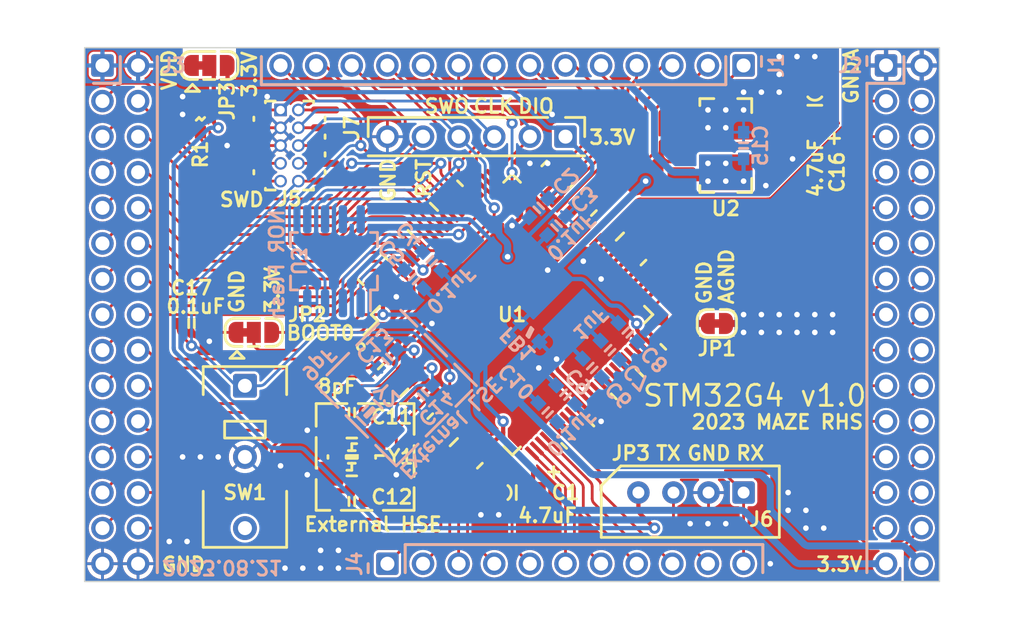
<source format=kicad_pcb>
(kicad_pcb (version 20221018) (generator pcbnew)
  (layers (0 "F.Cu" signal) (31 "B.Cu" signal) (34 "B.Paste" user) (35 "F.Paste" user) (36 "B.SilkS" user "B.Silkscreen") (37 "F.SilkS" user "F.Silkscreen") (38 "B.Mask" user) (39 "F.Mask" user) (44 "Edge.Cuts" user))
  (net 0 "")
  (net 1 "GND")
  (net 2 "Net-(U1C-PF0-OSC_IN)")
  (net 3 "Net-(U1C-PF1-OSC_OUT)")
  (net 4 "Net-(U1C-PC14-OSC32_IN)")
  (net 5 "Net-(U1C-PC15-OSC32_OUT)")
  (net 6 "+3.3V")
  (net 7 "+3.3VA")
  (net 8 "GNDA")
  (net 9 "VDD")
  (net 10 "SPI3_NSS")
  (net 11 "SPI3_SCK")
  (net 12 "SPI3_MISO")
  (net 13 "SPI3_MOSI")
  (net 14 "PD0")
  (net 15 "USART1_TX")
  (net 16 "USART1_RX")
  (net 17 "SWDIO")
  (net 18 "SWCLK")
  (net 19 "SWO")
  (net 20 "mcu_reset")
  (net 21 "Net-(J6-Pin_4)")
  (net 23 "PD1")
  (net 24 "PD2")
  (net 25 "PD3")
  (net 26 "PD4")
  (net 27 "PD5")
  (net 28 "PD6")
  (net 29 "PD7")
  (net 30 "PB4")
  (net 31 "PB5")
  (net 32 "PB6")
  (net 33 "PB7")
  (net 34 "PB9")
  (net 35 "PE0")
  (net 36 "PE1")
  (net 37 "PE2")
  (net 38 "PE3")
  (net 39 "PE4")
  (net 40 "PE5")
  (net 41 "PE6")
  (net 42 "PC13")
  (net 43 "PF9")
  (net 44 "PF10")
  (net 45 "PC0")
  (net 46 "PC1")
  (net 47 "PC2")
  (net 48 "PC3")
  (net 49 "PD15")
  (net 50 "PD14")
  (net 51 "PD13")
  (net 52 "PD12")
  (net 53 "PD11")
  (net 54 "PD10")
  (net 55 "PD9")
  (net 56 "PD8")
  (net 57 "PB15")
  (net 58 "PB14")
  (net 59 "PB13")
  (net 60 "PB12")
  (net 61 "PB11")
  (net 62 "PB10")
  (net 63 "PE15")
  (net 64 "PE14")
  (net 65 "PE13")
  (net 66 "PE12")
  (net 67 "PE11")
  (net 68 "PE10")
  (net 69 "PE9")
  (net 70 "PE8")
  (net 71 "PE7")
  (net 72 "PB2")
  (net 73 "PB1")
  (net 74 "PB0")
  (net 75 "PC6")
  (net 76 "PC7")
  (net 77 "PC8")
  (net 78 "PC9")
  (net 79 "PA8")
  (net 80 "PA9")
  (net 81 "PA10")
  (net 82 "PA11")
  (net 83 "PA12")
  (net 84 "PF2")
  (net 85 "PA0")
  (net 86 "PA1")
  (net 87 "PA2")
  (net 88 "PA3")
  (net 89 "PA4")
  (net 90 "PA5")
  (net 91 "PA6")
  (net 92 "PA7")
  (net 93 "unconnected-(J5-Pin_7-Pad7)")
  (net 94 "unconnected-(J5-Pin_8-Pad8)")
  (net 95 "Net-(J5-Pin_9)")
  (net 96 "Net-(JP2-C)")
  (footprint "Package_QFP_HS:LQFP-100_14x14mm_P0.5mm" (layer "F.Cu") (at 100 100 45)
    (fp_text reference "U1")
    (fp_text value "STM32G4xxV")
  )
  (footprint "SMD_HS:1206_3216_C_Polarized_HandSolder" (layer "F.Cu") (at 100 112.7 180)
    (fp_text reference "C1")
    (fp_text value "4.7uF")
  )
  (footprint "Connector_HS:PinHeader_2x15_P2.54mm_Vertical_Left" (layer "F.Cu") (at 70.79 82.22)
    (fp_text reference "J3")
    (fp_text value "Conn_02x15_Odd_Even")
  )
  (footprint "Connector_HS:PinHeader_1x14_P2.54mm_Vertical" (layer "F.Cu") (at 116.51 82.22 -90)
    (fp_text reference "J1")
    (fp_text value "Conn_01x14")
  )
  (footprint "SMD_HS:0603_1608_C_HandSolder" (layer "F.Cu") (at 88.57 113.335 180)
    (fp_text reference "C12")
    (fp_text value "8pF")
  )
  (footprint "SMD_HS:1206_3216_C_Polarized_HandSolder" (layer "F.Cu") (at 121.59 84.76 90)
    (fp_text reference "C16")
    (fp_text value "4.7uF")
  )
  (footprint "Jumper_HS:SolderJumper-2_P1.3mm_Bridged_RoundedPad1.0x1.5mm" (layer "F.Cu") (at 114.605 100.635 180)
    (fp_text reference "JP1")
    (fp_text value "SolderJumper_2_Bridged")
  )
  (footprint "Connector_HS:Molex_SPOX_5267-04A_1x04_P2.50mm_Vertical" (layer "F.Cu") (at 116.51 112.7 180)
    (fp_text reference "J6")
    (fp_text value "Conn_01x04")
  )
  (footprint "SMD_HS:0603_1608_C_HandSolder" (layer "F.Cu") (at 88.57 106.985)
    (fp_text reference "C11")
    (fp_text value "8pF")
  )
  (footprint "Connector_HS:PinHeader_1x11_P2.54mm_Vertical" (layer "F.Cu") (at 91.11 117.78 90)
    (fp_text reference "J4")
    (fp_text value "Conn_01x11")
  )
  (footprint "Connector_HS:SWD" (layer "F.Cu") (at 84.125 87.935)
    (fp_text reference "J5")
    (fp_text value "Conn_02x05_Odd_Even")
  )
  (footprint "Connector_HS:PinHeader_1x06_P2.54mm_Vertical" (layer "F.Cu") (at 103.81 87.3 -90)
    (fp_text reference "J7")
    (fp_text value "Conn_01x06")
  )
  (footprint "Button_Switch_THT_HS:SW_Micro" (layer "F.Cu") (at 80.95 110.16 -90)
    (fp_text reference "SW1")
    (fp_text value "SW_SPDT")
  )
  (footprint "SMD_HS:0603_1608_R_HandSolder" (layer "F.Cu") (at 77.775 86.03 -90)
    (fp_text reference "R1")
    (fp_text value "100")
  )
  (footprint "Package_TO_SOT_SMD_HS:SOT-223" (layer "F.Cu") (at 115.24 87.935)
    (fp_text reference "U2")
    (fp_text value "TLV76133DCYR")
  )
  (footprint "Connector_HS:PinHeader_2x15_P2.54mm_Vertical_Right" (layer "F.Cu") (at 126.67 82.22)
    (fp_text reference "J2")
    (fp_text value "Conn_02x15_Odd_Even")
  )
  (footprint "Jumper_HS:SolderJumper-3_P1.3mm_Bridged12_RoundedPad1.0x1.5mm" (layer "F.Cu") (at 78.41 82.22)
    (fp_text reference "JP3")
    (fp_text value "SolderJumper_3_Bridged12")
  )
  (footprint "SMD_HS:0603_1608_C_HandSolder" (layer "F.Cu") (at 77.14 100.635)
    (fp_text reference "C17")
    (fp_text value "100nF")
  )
  (footprint "Crystal_HS:Crystal_SMD_3225-4Pin_3.2x2.5mm_HandSoldering" (layer "F.Cu") (at 88.57 110.16 180)
    (fp_text reference "Y1")
    (fp_text value "ECS-200-9-33B-CTP-TR" hide)
  )
  (footprint "Jumper_HS:SolderJumper-3_P1.3mm_Bridged12_RoundedPad1.0x1.5mm" (layer "F.Cu") (at 81.585 101.27)
    (fp_text reference "JP2")
    (fp_text value "SolderJumper_3_Bridged12")
  )
  (footprint "SMD_HS:0603_1608_C_HandSolder" (layer "B.Cu") (at 102.54 106.985 -45)
    (fp_text reference "C10")
    (fp_text value "100nF")
  )
  (footprint "Crystal_HS:Crystal_SMD_3215-2Pin_3.2x1.5mm_HandSoldering" (layer "B.Cu") (at 89.84 106.985 -45)
    (fp_text reference "Y2")
    (fp_text value "ECS-.327-9-34B-C-TR")
  )
  (footprint "SMD_HS:0603_1608_C_HandSolder" (layer "B.Cu") (at 108.255 101.27 -45)
    (fp_text reference "C8")
    (fp_text value "1uF")
  )
  (footprint "SMD_HS:0603_1608_C_HandSolder" (layer "B.Cu") (at 106.985 102.54 -45)
    (fp_text reference "C7")
    (fp_text value "1uF")
  )
  (footprint "SMD_HS:0603_1608_C_HandSolder" (layer "B.Cu") (at 116.51 87.935 90)
    (fp_text reference "C15")
    (fp_text value "1uF")
  )
  (footprint "Package_SO_HS:SOIC-8_5x6mm_P1.27mm" (layer "B.Cu") (at 87.3 96.19 90)
    (fp_text reference "U3")
    (fp_text value "SST25PF020B")
  )
  (footprint "SMD_HS:0603_1608_C_HandSolder" (layer "B.Cu") (at 103.175 93.65 45)
    (fp_text reference "C3")
    (fp_text value "100nF")
  )
  (footprint "SMD_HS:0603_1608_L_HandSolder" (layer "B.Cu") (at 101.27 101.27 -45)
    (fp_text reference "FB1")
    (fp_text value "600R@100MHz")
  )
  (footprint "SMD_HS:0603_1608_C_HandSolder" (layer "B.Cu") (at 91.11 103.175 45)
    (fp_text reference "C13")
    (fp_text value "9pF")
  )
  (footprint "SMD_HS:0603_1608_C_HandSolder" (layer "B.Cu") (at 101.905 92.38 45)
    (fp_text reference "C2")
    (fp_text value "100nF")
  )
  (footprint "SMD_HS:0603_1608_C_HandSolder" (layer "B.Cu") (at 94.285 96.19 135)
    (fp_text reference "C4")
    (fp_text value "100nF")
  )
  (footprint "SMD_HS:0603_1608_C_HandSolder" (layer "B.Cu") (at 93.65 105.715 45)
    (fp_text reference "C14")
    (fp_text value "9pF")
  )
  (footprint "SMD_HS:0603_1608_C_HandSolder" (layer "B.Cu") (at 103.81 105.715 -45)
    (fp_text reference "C9")
    (fp_text value "100nF")
  )
  (footprint "SMD_HS:0603_1608_C_HandSolder" (layer "B.Cu") (at 93.015 97.46 135)
    (fp_text reference "C5")
    (fp_text value "100nF")
  )
  (footprint "SMD_HS:0603_1608_C_HandSolder" (layer "B.Cu") (at 105.715 103.81 -45)
    (fp_text reference "C6")
    (fp_text value "1uF")
  )
  (gr_line (start 90.475 100.635) (end 86.03 105.08) (stroke (width 0.2) (type dash)) (layer "B.SilkS"))
  (gr_line (start 86.03 105.08) (end 91.745 110.795) (stroke (width 0.2) (type dash)) (layer "B.SilkS"))
  (gr_line (start 97.46 105.08) (end 92.0625 99.6825) (stroke (width 0.2) (type dash)) (layer "B.SilkS"))
  (gr_line (start 91.745 110.795) (end 97.1425 105.3975) (stroke (width 0.2) (type dash)) (layer "B.SilkS"))
  (gr_rect (start 86.03 106.35) (end 93.015 113.97) (stroke (width 0.2) (type dash)) (fill none) (layer "F.SilkS"))
  (gr_rect locked (start 69.52 80.95) (end 130.48 119.05) (stroke (width 0.1)) (fill none) (layer "Edge.Cuts"))
  (gr_text "2023.08.21" (at 74.9175 117.4625 180) (layer "B.SilkS") (effects (font (size 1 1) (thickness 0.2) bold) (justify left bottom mirror)))
  (gr_text "0.1uF" (at 93.65 99.365 -135) (layer "B.SilkS") (effects (font (size 1 1) (thickness 0.2) bold) (justify left bottom mirror)))
  (gr_text "0.1uF" (at 102.2225 109.525 -135) (layer "B.SilkS") (effects (font (size 1 1) (thickness 0.2) bold) (justify left bottom mirror)))
  (gr_text "0.1uF" (at 102.2225 95.555 -135) (layer "B.SilkS") (effects (font (size 1 1) (thickness 0.2) bold) (justify left bottom mirror)))
  (gr_text "External LSE" (at 91.745 111.1125 -135) (layer "B.SilkS") (effects (font (size 1 1) (thickness 0.2) bold) (justify left bottom mirror)))
  (gr_text "NOR Flash" (at 83.8075 92.38 90) (layer "B.SilkS") (effects (font (size 1 1) (thickness 0.2) bold) (justify left bottom mirror)))
  (gr_text "1uF" (at 104.1275 101.27 225) (layer "B.SilkS") (effects (font (size 1 1) (thickness 0.2) bold) (justify left bottom mirror)))
  (gr_text "9pF" (at 84.76 104.1275 225) (layer "B.SilkS") (effects (font (size 1 1) (thickness 0.2) bold) (justify left bottom mirror)))
  (gr_text "4.7uF" (at 100.3175 114.9225) (layer "F.SilkS") (effects (font (size 1 1) (thickness 0.2) bold) (justify left bottom)))
  (gr_text "CLK" (at 97.1425 85.7125) (layer "F.SilkS") (effects (font (size 1 1) (thickness 0.2) bold) (justify left bottom)))
  (gr_text "GND" (at 112.3825 110.4775) (layer "F.SilkS") (effects (font (size 1 1) (thickness 0.2) bold) (justify left bottom)))
  (gr_text "External HSE" (at 85.0775 115.5575) (layer "F.SilkS") (effects (font (size 1 1) (thickness 0.2) bold) (justify left bottom)))
  (gr_text "3.3V" (at 121.59 118.415) (layer "F.SilkS") (effects (font (size 1 1) (thickness 0.2) bold) (justify left bottom)))
  (gr_text "JP3" (at 106.985 110.4775) (layer "F.SilkS") (effects (font (size 1 1) (thickness 0.2) bold) (justify left bottom)))
  (gr_text "3.3V" (at 83.49 100 90) (layer "F.SilkS") (effects (font (size 1 1) (thickness 0.2) bold) (justify left bottom)))
  (gr_text "GND" (at 91.745 92.0625 90) (layer "F.SilkS") (effects (font (size 1 1) (thickness 0.2) bold) (justify left bottom)))
  (gr_text "SWD" (at 79.045 92.38) (layer "F.SilkS") (effects (font (size 1 1) (thickness 0.2) bold) (justify left bottom)))
  (gr_text "3.3V" (at 105.3975 87.935) (layer "F.SilkS") (effects (font (size 1 1) (thickness 0.2) bold) (justify left bottom)))
  (gr_text "0.1uF" (at 75.235 100) (layer "F.SilkS") (effects (font (size 1 1) (thickness 0.2) bold) (justify left bottom)))
  (gr_text "VDD" (at 75.5525 82.5375 90) (layer "F.SilkS") (effects (font (size 1 1) (thickness 0.2) bold)))
  (gr_text "RST" (at 94.285 91.745 90) (layer "F.SilkS") (effects (font (size 1 1) (thickness 0.2) bold) (justify left bottom)))
  (gr_text "AGND" (at 115.875 99.365 90) (layer "F.SilkS") (effects (font (size 1 1) (thickness 0.2) bold) (justify left bottom)))
  (gr_text "BOOT0" (at 83.8075 101.905) (layer "F.SilkS") (effects (font (size 1 1) (thickness 0.2) bold) (justify left bottom)))
  (gr_text "GND" (at 74.9175 118.415) (layer "F.SilkS") (effects (font (size 1 1) (thickness 0.2) bold) (justify left bottom)))
  (gr_text "8pF" (at 86.03 105.715) (layer "F.SilkS") (effects (font (size 1 1) (thickness 0.2) bold) (justify left bottom)))
  (gr_text "SWO" (at 93.65 85.7125) (layer "F.SilkS") (effects (font (size 1 1) (thickness 0.2) bold) (justify left bottom)))
  (gr_text "+" (at 102.2225 111.7475) (layer "F.SilkS") (effects (font (size 1 1) (thickness 0.2) bold) (justify left bottom)))
  (gr_text "DIO" (at 100.3175 85.7125) (layer "F.SilkS") (effects (font (size 1 1) (thickness 0.2) bold) (justify left bottom)))
  (gr_text "3.3V" (at 81.2675 82.855 90) (layer "F.SilkS") (effects (font (size 1 1) (thickness 0.2) bold)))
  (gr_text "4.7uF" (at 122.225 91.745 90) (layer "F.SilkS") (effects (font (size 1 1) (thickness 0.2) bold) (justify left bottom)))
  (gr_text "2023 MAZE RHS" (at 112.7 108.255) (layer "F.SilkS") (effects (font (size 1 1) (thickness 0.2) bold) (justify left bottom)))
  (gr_text "STM32G4 v1.0" (at 109.2075 106.6675) (layer "F.SilkS") (effects (font (size 1.5 1.5) (thickness 0.2) bold) (justify left bottom)))
  (gr_text "+" (at 122.225 87.935) (layer "F.SilkS") (effects (font (size 1 1) (thickness 0.2) bold) (justify left bottom)))
  (gr_text "TX" (at 110.16 110.4775) (layer "F.SilkS") (effects (font (size 1 1) (thickness 0.2) bold) (justify left bottom)))
  (gr_text "GND" (at 114.2875 99.365 90) (layer "F.SilkS") (effects (font (size 1 1) (thickness 0.2) bold) (justify left bottom)))
  (gr_text "RX" (at 115.875 110.4775) (layer "F.SilkS") (effects (font (size 1 1) (thickness 0.2) bold) (justify left bottom)))
  (gr_text "GNDA" (at 124.765 85.0775 90) (layer "F.SilkS") (effects (font (size 1 1) (thickness 0.2) bold) (justify left bottom)))
  (gr_text "GND" (at 80.95 100 90) (layer "F.SilkS") (effects (font (size 1 1) (thickness 0.2) bold) (justify left bottom)))
  (segment (start 83.49 86.665) (end 81.585 86.665) (width 0.2) (layer "F.Cu") (net 1))
  (segment (start 112.515 85.635) (end 112.09 85.635) (width 0.3) (layer "F.Cu") (net 1))
  (segment (start 105.08 96.19) (end 105.08 95.127107) (width 0.3) (layer "F.Cu") (net 1))
  (segment (start 97.46 109.818175) (end 97.46 110.16) (width 0.2) (layer "F.Cu") (net 1))
  (segment (start 109.192388 102.12132) (end 108.341068 101.27) (width 0.2) (layer "F.Cu") (net 1))
  (segment (start 110.695577 100.534477) (end 110.4786 100.3175) (width 0.5) (layer "F.Cu") (net 1))
  (segment (start 91.158932 98.73) (end 91.745 98.73) (width 0.3) (layer "F.Cu") (net 1))
  (segment (start 87.216447 107.388553) (end 87.62 106.985) (width 0.2) (layer "F.Cu") (net 1))
  (segment (start 101.767767 90.454058) (end 102.54 89.681825) (width 0.3) (layer "F.Cu") (net 1))
  (segment (start 83.49 87.935) (end 81.585 87.935) (width 0.2) (layer "F.Cu") (net 1))
  (segment (start 110.4786 100.3175) (end 110.4775 100.3175) (width 0.5) (layer "F.Cu") (net 1))
  (segment (start 113.955 100.635) (end 111.002107 100.635) (width 0.5) (layer "F.Cu") (net 1))
  (segment (start 80.285 101.27) (end 79.045 101.27) (width 0.2) (layer "F.Cu") (net 1))
  (segment (start 97.87868 109.192388) (end 98.73 108.341068) (width 0.2) (layer "F.Cu") (net 1))
  (segment (start 87.07 108.96) (end 87.07 107.742107) (width 0.2) (layer "F.Cu") (net 1))
  (segment (start 105.226447 94.773553) (end 105.656854 94.343146) (width 0.3) (layer "F.Cu") (net 1))
  (segment (start 90.454058 98.232233) (end 90.805379 98.583554) (width 0.3) (layer "F.Cu") (net 1))
  (segment (start 98.73 108.341068) (end 98.73 108.255) (width 0.2) (layer "F.Cu") (net 1))
  (segment (start 97.87868 109.192388) (end 97.606446 109.464622) (width 0.2) (layer "F.Cu") (net 1))
  (via (at 116.51 85.395) (size 0.8) (drill 0.4) (layers "F.Cu" "B.Cu") (net 1))
  (via (at 113.97 85.395) (size 0.8) (drill 0.4) (layers "F.Cu" "B.Cu") (net 1))
  (via (at 105.08 96.19) (size 0.8) (drill 0.4) (layers "F.Cu" "B.Cu") (net 1))
  (via (at 113.97 86.665) (size 0.8) (drill 0.4) (layers "F.Cu" "B.Cu") (net 1))
  (via (at 99.0475 114.2875) (size 0.8) (drill 0.4) (layers "F.Cu" "B.Cu") (net 1))
  (via (at 118.0975 90.7925) (size 0.8) (drill 0.4) (layers "F.Cu" "B.Cu") (net 1))
  (via (at 82.5375 84.4425) (size 0.8) (drill 0.4) (layers "F.Cu" "B.Cu") (net 1))
  (via (at 116.51 84.125) (size 0.8) (drill 0.4) (layers "F.Cu" "B.Cu") (net 1))
  (via (at 112.7 114.9225) (size 0.8) (drill 0.4) (layers "F.Cu" "B.Cu") (net 1))
  (via (at 91.745 98.73) (size 0.8) (drill 0.4) (layers "F.Cu" "B.Cu") (net 1))
  (via (at 121.59 81.585) (size 0.8) (drill 0.4) (layers "F.Cu" "B.Cu") (net 1))
  (via (at 83.8075 118.0975) (size 0.8) (drill 0.4) (layers "F.Cu" "B.Cu") (net 1))
  (via (at 91.745 111.43) (size 0.8) (drill 0.4) (layers "F.Cu" "B.Cu") (net 1))
  (via (at 117.78 84.125) (size 0.8) (drill 0.4) (layers "F.Cu" "B.Cu") (net 1))
  (via (at 86.3475 118.0975) (size 0.8) (drill 0.4) (layers "F.Cu" "B.Cu") (net 1))
  (via (at 106.35 97.46) (size 0.8) (drill 0.4) (layers "F.Cu" "B.Cu") (net 1))
  (via (at 115.24 85.395) (size 0.8) (drill 0.4) (layers "F.Cu" "B.Cu") (net 1))
  (via (at 97.7775 114.2875) (size 0.8) (drill 0.4) (layers "F.Cu" "B.Cu") (net 1))
  (via (at 83.49 110.795) (size 0.8) (drill 0.4) (layers "F.Cu" "B.Cu") (net 1))
  (via (at 76.505 85.7125) (size 0.8) (drill 0.4) (layers "F.Cu" "B.Cu") (net 1))
  (via (at 119.05 81.585) (size 0.8) (drill 0.4) (layers "F.Cu" "B.Cu") (net 1))
  (via (at 120.0025 88.8875) (size 0.8) (drill 0.4) (layers "F.Cu" "B.Cu") (net 1))
  (via (at 120.32 81.585) (size 0.8) (drill 0.4) (layers "F.Cu" "B.Cu") (net 1))
  (via (at 115.24 114.9225) (size 0.8) (drill 0.4) (layers "F.Cu" "B.Cu") (net 1))
  (via (at 85.395 108.255) (size 0.8) (drill 0.4) (layers "F.Cu" "B.Cu") (net 1))
  (via (at 87.6175 118.0975) (size 0.8) (drill 0.4) (layers "F.Cu" "B.Cu") (net 1))
  (via (at 76.505 110.16) (size 0.8) (drill 0.4) (layers "F.Cu" "B.Cu") (net 1))
  (via (at 118.415 117.78) (size 0.8) (drill 0.4) (layers "F.Cu" "B.Cu") (net 1))
  (via (at 78.41 101.905) (size 0.8) (drill 0.4) (layers "F.Cu" "B.Cu") (net 1))
  (via (at 77.775 110.16) (size 0.8) (drill 0.4) (layers "F.Cu" "B.Cu") (net 1))
  (via (at 99.6825 95.8725) (size 0.8) (drill 0.4) (layers "F.Cu" "B.Cu") (net 1))
  (via (at 119.05 82.855) (size 0.8) (drill 0.4) (layers "F.Cu" "B.Cu") (net 1))
  (via (at 115.24 86.665) (size 0.8) (drill 0.4) (layers "F.Cu" "B.Cu") (net 1))
  (via (at 102.54 89.205) (size 0.8) (drill 0.4) (layers "F.Cu" "B.Cu") (net 1))
  (via (at 79.68 87.935) (size 0.8) (drill 0.4) (layers "F.Cu" "B.Cu") (net 1))
  (via (at 113.97 114.9225) (size 0.8) (drill 0.4) (layers "F.Cu" "B.Cu") (net 1))
  (via (at 76.8225 116.1925) (size 0.8) (drill 0.4) (layers "F.Cu" "B.Cu") (net 1))
  (via (at 79.045 110.16) (size 0.8) (drill 0.4) (layers "F.Cu" "B.Cu") (net 1))
  (via (at 102.8575 85.7125) (size 0.8) (drill 0.4) (layers "F.Cu" "B.Cu") (net 1))
  (via (at 76.505 84.4425) (size 0.8) (drill 0.4) (layers "F.Cu" "B.Cu") (net 1))
  (via (at 85.0775 118.0975) (size 0.8) (drill 0.4) (layers "F.Cu" "B.Cu") (net 1))
  (via (at 101.27 89.205) (size 0.8) (drill 0.4) (layers "F.Cu" "B.Cu") (net 1))
  (via (at 85.395 111.43) (size 0.8) (drill 0.4) (layers "F.Cu" "B.Cu") (net 1))
  (via (at 87.6175 116.8275) (size 0.8) (drill 0.4) (layers "F.Cu" "B.Cu") (net 1))
  (via (at 86.3475 116.8275) (size 0.8) (drill 0.4) (layers "F.Cu" "B.Cu") (net 1))
  (via (at 119.05 84.125) (size 0.8) (drill 0.4) (layers "F.Cu" "B.Cu") (net 1))
  (via (at 75.5525 116.1925) (size 0.8) (drill 0.4) (layers "F.Cu" "B.Cu") (net 1))
  (arc (start 111.002107 100.635) (mid 110.841386 100.608467) (end 110.695577 100.534477) (width 0.5) (layer "F.Cu") (net 1))
  (arc (start 91.158932 98.73) (mid 90.967591 98.69194) (end 90.805379 98.583554) (width 0.3) (layer "F.Cu") (net 1))
  (arc (start 87.216447 107.388553) (mid 87.10806 107.550765) (end 87.07 107.742107) (width 0.2) (layer "F.Cu") (net 1))
  (arc (start 97.46 109.818175) (mid 97.49806 109.626834) (end 97.606446 109.464622) (width 0.2) (layer "F.Cu") (net 1))
  (arc (start 105.08 95.127107) (mid 105.11806 94.935765) (end 105.226447 94.773553) (width 0.3) (layer "F.Cu") (net 1))
  (segment (start 101.27 89.205) (end 101.27 90.902893) (width 0.5) (layer "B.Cu") (net 1))
  (segment (start 99.0475 93.539607) (end 99.0475 94.077893) (width 0.5) (layer "B.Cu") (net 1))
  (segment (start 99.6825 95.127107) (end 99.6825 95.8725) (width 0.5) (layer "B.Cu") (net 1))
  (segment (start 99.193947 94.431447) (end 99.536054 94.773554) (width 0.5) (layer "B.Cu") (net 1))
  (segment (start 101.123553 91.256447) (end 99.193946 93.186054) (width 0.5) (layer "B.Cu") (net 1))
  (arc (start 99.0475 94.077893) (mid 99.08556 94.269235) (end 99.193947 94.431447) (width 0.5) (layer "B.Cu") (net 1))
  (arc (start 99.6825 95.127107) (mid 99.64444 94.935766) (end 99.536054 94.773554) (width 0.5) (layer "B.Cu") (net 1))
  (arc (start 101.27 90.902893) (mid 101.23194 91.094235) (end 101.123553 91.256447) (width 0.5) (layer "B.Cu") (net 1))
  (arc (start 99.0475 93.539607) (mid 99.08556 93.348266) (end 99.193946 93.186054) (width 0.5) (layer "B.Cu") (net 1))
  (segment (start 90.47934 108.813553) (end 93.989592 105.303301) (width 0.2) (layer "F.Cu") (net 2))
  (segment (start 90.07 108.96) (end 90.07 107.742107) (width 0.2) (layer "F.Cu") (net 2))
  (segment (start 89.923553 107.388553) (end 89.52 106.985) (width 0.2) (layer "F.Cu") (net 2))
  (segment (start 90.07 108.96) (end 90.125786 108.96) (width 0.2) (layer "F.Cu") (net 2))
  (arc (start 90.47934 108.813553) (mid 90.317128 108.92194) (end 90.125786 108.96) (width 0.2) (layer "F.Cu") (net 2))
  (arc (start 89.923553 107.388553) (mid 90.03194 107.550765) (end 90.07 107.742107) (width 0.2) (layer "F.Cu") (net 2))
  (segment (start 88.123553 110.306447) (end 87.07 111.36) (width 0.2) (layer "F.Cu") (net 3))
  (segment (start 94.343146 105.656854) (end 91.891446 108.108554) (width 0.2) (layer "F.Cu") (net 3))
  (segment (start 91.745 108.462107) (end 91.745 109.317893) (width 0.2) (layer "F.Cu") (net 3))
  (segment (start 91.598553 109.671447) (end 91.256446 110.013554) (width 0.2) (layer "F.Cu") (net 3))
  (segment (start 90.902893 110.16) (end 88.477107 110.16) (width 0.2) (layer "F.Cu") (net 3))
  (segment (start 87.62 113.335) (end 87.216446 112.931446) (width 0.2) (layer "F.Cu") (net 3))
  (segment (start 87.07 112.577893) (end 87.07 111.36) (width 0.2) (layer "F.Cu") (net 3))
  (arc (start 91.256446 110.013554) (mid 91.094234 110.12194) (end 90.902893 110.16) (width 0.2) (layer "F.Cu") (net 3))
  (arc (start 87.216446 112.931446) (mid 87.10806 112.769234) (end 87.07 112.577893) (width 0.2) (layer "F.Cu") (net 3))
  (arc (start 88.477107 110.16) (mid 88.285765 110.19806) (end 88.123553 110.306447) (width 0.2) (layer "F.Cu") (net 3))
  (arc (start 91.598553 109.671447) (mid 91.70694 109.509235) (end 91.745 109.317893) (width 0.2) (layer "F.Cu") (net 3))
  (arc (start 91.745 108.462107) (mid 91.78306 108.270766) (end 91.891446 108.108554) (width 0.2) (layer "F.Cu") (net 3))
  (segment (start 93.015 103.242359) (end 93.015 102.54) (width 0.2) (layer "F.Cu") (net 4))
  (segment (start 92.575379 103.889087) (end 92.868554 103.595912) (width 0.2) (layer "F.Cu") (net 4))
  (via (at 93.015 102.54) (size 0.8) (drill 0.4) (layers "F.Cu" "B.Cu") (net 4))
  (arc (start 92.868554 103.595912) (mid 92.97694 103.4337) (end 93.015 103.242359) (width 0.2) (layer "F.Cu") (net 4))
  (segment (start 91.781751 103.374498) (end 91.781751 102.503249) (width 0.2) (layer "B.Cu") (net 4))
  (segment (start 89.547943 105.08) (end 90.076249 105.08) (width 0.2) (layer "B.Cu") (net 4))
  (segment (start 92.978249 102.503249) (end 93.015 102.54) (width 0.2) (layer "B.Cu") (net 4))
  (segment (start 88.637918 105.782918) (end 89.19439 105.226446) (width 0.2) (layer "B.Cu") (net 4))
  (segment (start 91.781751 102.503249) (end 92.978249 102.503249) (width 0.2) (layer "B.Cu") (net 4))
  (segment (start 90.429803 104.933553) (end 91.635305 103.728051) (width 0.2) (layer "B.Cu") (net 4))
  (arc (start 91.781751 103.374498) (mid 91.743691 103.565839) (end 91.635305 103.728051) (width 0.2) (layer "B.Cu") (net 4))
  (arc (start 89.547943 105.08) (mid 89.356602 105.11806) (end 89.19439 105.226446) (width 0.2) (layer "B.Cu") (net 4))
  (arc (start 90.429803 104.933553) (mid 90.267591 105.04194) (end 90.076249 105.08) (width 0.2) (layer "B.Cu") (net 4))
  (segment (start 92.928932 104.242641) (end 93.215127 103.956446) (width 0.2) (layer "F.Cu") (net 5))
  (segment (start 93.56868 103.81) (end 94.285 103.81) (width 0.2) (layer "F.Cu") (net 5))
  (via (at 94.285 103.81) (size 0.8) (drill 0.4) (layers "F.Cu" "B.Cu") (net 5))
  (arc (start 93.56868 103.81) (mid 93.377339 103.84806) (end 93.215127 103.956446) (width 0.2) (layer "F.Cu") (net 5))
  (segment (start 94.321751 105.043249) (end 94.321751 103.846751) (width 0.2) (layer "B.Cu") (net 5))
  (segment (start 93.096948 105.189696) (end 91.891446 106.395198) (width 0.2) (layer "B.Cu") (net 5))
  (segment (start 94.321751 103.846751) (end 94.285 103.81) (width 0.2) (layer "B.Cu") (net 5))
  (segment (start 94.321751 105.043249) (end 93.450502 105.043249) (width 0.2) (layer "B.Cu") (net 5))
  (segment (start 91.745 106.748751) (end 91.745 107.277057) (width 0.2) (layer "B.Cu") (net 5))
  (segment (start 91.598553 107.630611) (end 91.042082 108.187082) (width 0.2) (layer "B.Cu") (net 5))
  (arc (start 93.450502 105.043249) (mid 93.25916 105.081309) (end 93.096948 105.189696) (width 0.2) (layer "B.Cu") (net 5))
  (arc (start 91.891446 106.395198) (mid 91.78306 106.55741) (end 91.745 106.748751) (width 0.2) (layer "B.Cu") (net 5))
  (arc (start 91.745 107.277057) (mid 91.70694 107.468399) (end 91.598553 107.630611) (width 0.2) (layer "B.Cu") (net 5))
  (segment (start 100.635 92.807893) (end 100.635 91.086826) (width 0.3) (layer "F.Cu") (net 6))
  (segment (start 92.301338 102.499103) (end 92.301338 102.541808) (width 0.3) (layer "F.Cu") (net 6))
  (segment (start 101.5 112.7) (end 101.5 111.232107) (width 0.3) (layer "F.Cu") (net 6))
  (segment (start 85.248553 100.781447) (end 84.906446 101.123554) (width 0.2) (layer "F.Cu") (net 6))
  (segment (start 81.585 85.395) (end 79.856446 83.666446) (width 0.3) (layer "F.Cu") (net 6))
  (segment (start 84.552893 101.27) (end 82.885 101.27) (width 0.2) (layer "F.Cu") (net 6))
  (segment (start 94.285 100.635) (end 94.165441 100.635) (width 0.3) (layer "F.Cu") (net 6))
  (segment (start 102.54 96.752893) (end 102.54 96.825) (width 0.3) (layer "F.Cu") (net 6))
  (segment (start 92.154891 102.895362) (end 91.868272 103.181981) (width 0.3) (layer "F.Cu") (net 6))
  (segment (start 118.39 87.935) (end 118.842893 87.935) (width 0.5) (layer "F.Cu") (net 6))
  (segment (start 109.545942 101.767767) (end 109.036446 101.258271) (width 0.3) (layer "F.Cu") (net 6))
  (segment (start 90.7925 100) (end 89.412107 100) (width 0.2) (layer "F.Cu") (net 6))
  (segment (start 118.39 87.935) (end 112.09 87.935) (width 0.5) (layer "F.Cu") (net 6))
  (segment (start 90.7925 100) (end 90.7925 99.484888) (width 0.3) (layer "F.Cu") (net 6))
  (segment (start 108.89 100.904718) (end 108.89 100.635) (width 0.3) (layer "F.Cu") (net 6))
  (segment (start 88.362893 100.635) (end 85.602107 100.635) (width 0.2) (layer "F.Cu") (net 6))
  (segment (start 119.196447 87.788553) (end 120.578554 86.406446) (width 0.5) (layer "F.Cu") (net 6))
  (segment (start 99.365 107.62) (end 99.365 108.413175) (width 0.3) (layer "F.Cu") (net 6))
  (segment (start 79.71 83.312893) (end 79.71 82.22) (width 0.3) (layer "F.Cu") (net 6))
  (segment (start 120.932107 86.26) (end 121.59 86.26) (width 0.5) (layer "F.Cu") (net 6))
  (segment (start 98.232233 109.545942) (end 99.365 108.413175) (width 0.3) (layer "F.Cu") (net 6))
  (segment (start 100.781447 90.733272) (end 101.414214 90.100505) (width 0.3) (layer "F.Cu") (net 6))
  (segment (start 89.058553 100.146447) (end 88.716446 100.488554) (width 0.2) (layer "F.Cu") (net 6))
  (segment (start 101.353553 110.878553) (end 99.511446 109.036446) (width 0.3) (layer "F.Cu") (net 6))
  (segment (start 93.811887 100.781447) (end 92.447784 102.14555) (width 0.3) (layer "F.Cu") (net 6))
  (segment (start 105.303301 93.989592) (end 102.54 96.752893) (width 0.3) (layer "F.Cu") (net 6))
  (segment (start 100 93.65) (end 100.488554 93.161446) (width 0.3) (layer "F.Cu") (net 6))
  (segment (start 90.646053 99.131334) (end 90.100505 98.585786) (width 0.3) (layer "F.Cu") (net 6))
  (segment (start 83.49 85.395) (end 81.585 85.395) (width 0.2) (layer "F.Cu") (net 6))
  (segment (start 99.365 108.682893) (end 99.365 108.413175) (width 0.3) (layer "F.Cu") (net 6))
  (via (at 108.89 100.635) (size 0.8) (drill 0.4) (layers "F.Cu" "B.Cu") (net 6))
  (via (at 90.7925 100) (size 0.8) (drill 0.4) (layers "F.Cu" "B.Cu") (net 6))
  (via (at 100 93.65) (size 0.8) (drill 0.4) (layers "F.Cu" "B.Cu") (net 6))
  (via (at 99.365 107.62) (size 0.8) (drill 0.4) (layers "F.Cu" "B.Cu") (net 6))
  (via (at 102.54 96.825) (size 0.8) (drill 0.4) (layers "F.Cu" "B.Cu") (net 6))
  (via (at 94.285 100.635) (size 0.8) (drill 0.4) (layers "F.Cu" "B.Cu") (net 6))
  (via (at 109.525 90.475) (size 0.8) (drill 0.4) (layers "F.Cu" "B.Cu") (net 6))
  (arc (start 79.856446 83.666446) (mid 79.74806 83.504234) (end 79.71 83.312893) (width 0.3) (layer "F.Cu") (net 6))
  (arc (start 92.301338 102.499103) (mid 92.339398 102.307762) (end 92.447784 102.14555) (width 0.3) (layer "F.Cu") (net 6))
  (arc (start 85.602107 100.635) (mid 85.410765 100.67306) (end 85.248553 100.781447) (width 0.2) (layer "F.Cu") (net 6))
  (arc (start 84.552893 101.27) (mid 84.744234 101.23194) (end 84.906446 101.123554) (width 0.2) (layer "F.Cu") (net 6))
  (arc (start 101.5 111.232107) (mid 101.46194 111.040765) (end 101.353553 110.878553) (width 0.3) (layer "F.Cu") (net 6))
  (arc (start 94.165441 100.635) (mid 93.974099 100.67306) (end 93.811887 100.781447) (width 0.3) (layer "F.Cu") (net 6))
  (arc (start 92.301338 102.541808) (mid 92.263278 102.73315) (end 92.154891 102.895362) (width 0.3) (layer "F.Cu") (net 6))
  (arc (start 88.362893 100.635) (mid 88.554234 100.59694) (end 88.716446 100.488554) (width 0.2) (layer "F.Cu") (net 6))
  (arc (start 120.578554 86.406446) (mid 120.740766 86.29806) (end 120.932107 86.26) (width 0.5) (layer "F.Cu") (net 6))
  (arc (start 100.488554 93.161446) (mid 100.59694 92.999234) (end 100.635 92.807893) (width 0.3) (layer "F.Cu") (net 6))
  (arc (start 99.365 108.682893) (mid 99.40306 108.874234) (end 99.511446 109.036446) (width 0.3) (layer "F.Cu") (net 6))
  (arc (start 100.635 91.086826) (mid 100.67306 90.895484) (end 100.781447 90.733272) (width 0.3) (layer "F.Cu") (net 6))
  (arc (start 89.412107 100) (mid 89.220765 100.03806) (end 89.058553 100.146447) (width 0.2) (layer "F.Cu") (net 6))
  (arc (start 109.036446 101.258271) (mid 108.92806 101.096059) (end 108.89 100.904718) (width 0.3) (layer "F.Cu") (net 6))
  (arc (start 118.842893 87.935) (mid 119.034235 87.89694) (end 119.196447 87.788553) (width 0.5) (layer "F.Cu") (net 6))
  (arc (start 90.7925 99.484888) (mid 90.75444 99.293546) (end 90.646053 99.131334) (width 0.3) (layer "F.Cu") (net 6))
  (segment (start 98.095 106.142893) (end 98.095 103.175) (width 0.3) (layer "B.Cu") (net 6))
  (segment (start 100.146447 84.271447) (end 102.393554 86.518554) (width 0.3) (layer "B.Cu") (net 6))
  (segment (start 107.412893 99.365) (end 107.192107 99.365) (width 0.3) (layer "B.Cu") (net 6))
  (segment (start 84.967107 84.125) (end 99.792893 84.125) (width 0.3) (layer "B.Cu") (net 6))
  (segment (start 105.568553 89.986447) (end 100.635 94.92) (width 0.3) (layer "B.Cu") (net 6))
  (segment (start 104.298553 113.823553) (end 97.606446 107.131446) (width 0.5) (layer "B.Cu") (net 6))
  (segment (start 93.686751 98.131751) (end 94.92 99.365) (width 0.3) (layer "B.Cu") (net 6))
  (segment (start 94.956751 96.861751) (end 96.19 98.095) (width 0.3) (layer "B.Cu") (net 6))
  (segment (start 103.321447 86.811447) (end 103.81 87.3) (width 0.3) (layer "B.Cu") (net 6))
  (segment (start 106.838553 99.218553) (end 105.226446 97.606446) (width 0.3) (layer "B.Cu") (net 6))
  (segment (start 97.46 106.777893) (end 97.46 103.382107) (width 0.5) (layer "B.Cu") (net 6))
  (segment (start 87.935 93.19) (end 96.792893 93.19) (width 0.3) (layer "B.Cu") (net 6))
  (segment (start 126.67 117.78) (end 120.527107 117.78) (width 0.5) (layer "B.Cu") (net 6))
  (segment (start 108.89 100.635) (end 107.766446 99.511446) (width 0.3) (layer "B.Cu") (net 6))
  (segment (start 97.313553 103.028553) (end 96.825 102.54) (width 0.5) (layer "B.Cu") (net 6))
  (segment (start 104.872893 97.46) (end 103.81 97.46) (width 0.3) (layer "B.Cu") (net 6))
  (segment (start 99.365 107.62) (end 98.241446 106.496446) (width 0.3) (layer "B.Cu") (net 6))
  (segment (start 93.65 100) (end 90.7925 100) (width 0.3) (layer "B.Cu") (net 6))
  (segment (start 101.233249 93.051751) (end 100 94.285) (width 0.3) (layer "B.Cu") (net 6))
  (segment (start 116.302893 113.97) (end 104.652107 113.97) (width 0.5) (layer "B.Cu") (net 6))
  (segment (start 105.715 89.412107) (end 105.715 89.632893) (width 0.3) (layer "B.Cu") (net 6))
  (segment (start 102.503249 94.321751) (end 101.27 95.555) (width 0.3) (layer "B.Cu") (net 6))
  (segment (start 120.173553 117.633553) (end 116.656446 114.116446) (width 0.5) (layer "B.Cu") (net 6))
  (segment (start 103.81 87.3) (end 105.568554 89.058554) (width 0.3) (layer "B.Cu") (net 6))
  (segment (start 97.146447 93.336447) (end 98.73 94.92) (width 0.3) (layer "B.Cu") (net 6))
  (segment (start 109.525 90.475) (end 103.321446 96.678554) (width 0.5) (layer "B.Cu") (net 6))
  (segment (start 102.967893 96.825) (end 102.54 96.825) (width 0.5) (layer "B.Cu") (net 6))
  (segment (start 83.49 85.395) (end 84.613554 84.271446) (width 0.3) (layer "B.Cu") (net 6))
  (segment (start 102.747107 86.665) (end 102.967893 86.665) (width 0.3) (layer "B.Cu") (net 6))
  (arc (start 97.46 106.777893) (mid 97.49806 106.969234) (end 97.606446 107.131446) (width 0.5) (layer "B.Cu") (net 6))
  (arc (start 105.226446 97.606446) (mid 105.064234 97.49806) (end 104.872893 97.46) (width 0.3) (layer "B.Cu") (net 6))
  (arc (start 107.766446 99.511446) (mid 107.604234 99.40306) (end 107.412893 99.365) (width 0.3) (layer "B.Cu") (net 6))
  (arc (start 116.302893 113.97) (mid 116.494234 114.00806) (end 116.656446 114.116446) (width 0.5) (layer "B.Cu") (net 6))
  (arc (start 84.967107 84.125) (mid 84.775766 84.16306) (end 84.613554 84.271446) (width 0.3) (layer "B.Cu") (net 6))
  (arc (start 98.241446 106.496446) (mid 98.13306 106.334234) (end 98.095 106.142893) (width 0.3) (layer "B.Cu") (net 6))
  (arc (start 102.967893 86.665) (mid 103.159235 86.70306) (end 103.321447 86.811447) (width 0.3) (layer "B.Cu") (net 6))
  (arc (start 120.527107 117.78) (mid 120.335765 117.74194) (end 120.173553 117.633553) (width 0.5) (layer "B.Cu") (net 6))
  (arc (start 105.568553 89.986447) (mid 105.67694 89.824235) (end 105.715 89.632893) (width 0.3) (layer "B.Cu") (net 6))
  (arc (start 97.313553 103.028553) (mid 97.42194 103.190765) (end 97.46 103.382107) (width 0.5) (layer "B.Cu") (net 6))
  (arc (start 104.652107 113.97) (mid 104.460765 113.93194) (end 104.298553 113.823553) (width 0.5) (layer "B.Cu") (net 6))
  (arc (start 100.146447 84.271447) (mid 99.984235 84.16306) (end 99.792893 84.125) (width 0.3) (layer "B.Cu") (net 6))
  (arc (start 105.568554 89.058554) (mid 105.67694 89.220766) (end 105.715 89.412107) (width 0.3) (layer "B.Cu") (net 6))
  (arc (start 107.192107 99.365) (mid 107.000765 99.32694) (end 106.838553 99.218553) (width 0.3) (layer "B.Cu") (net 6))
  (arc (start 96.792893 93.19) (mid 96.984235 93.22806) (end 97.146447 93.336447) (width 0.3) (layer "B.Cu") (net 6))
  (arc (start 102.967893 96.825) (mid 103.159234 96.78694) (end 103.321446 96.678554) (width 0.5) (layer "B.Cu") (net 6))
  (arc (start 102.747107 86.665) (mid 102.555766 86.62694) (end 102.393554 86.518554) (width 0.3) (layer "B.Cu") (net 6))
  (segment (start 103.321447 104.028554) (end 105.303301 106.010408) (width 0.3) (layer "F.Cu") (net 7))
  (segment (start 103.175 103.175) (end 103.175 103.675) (width 0.3) (layer "F.Cu") (net 7))
  (segment (start 101.905 103.81) (end 102.188679 103.81) (width 0.3) (layer "F.Cu") (net 7))
  (segment (start 102.542233 103.956447) (end 104.949747 106.363961) (width 0.3) (layer "F.Cu") (net 7))
  (via (at 103.175 103.175) (size 0.8) (drill 0.4) (layers "F.Cu" "B.Cu") (net 7))
  (via (at 101.905 103.81) (size 0.8) (drill 0.4) (layers "F.Cu" "B.Cu") (net 7))
  (arc (start 102.188679 103.81) (mid 102.380021 103.84806) (end 102.542233 103.956447) (width 0.3) (layer "F.Cu") (net 7))
  (arc (start 103.321447 104.028554) (mid 103.21306 103.866342) (end 103.175 103.675) (width 0.3) (layer "F.Cu") (net 7))
  (segment (start 120.808553 116.363553) (end 118.561446 114.116446) (width 0.5) (layer "B.Cu") (net 7))
  (segment (start 103.138249 105.043249) (end 101.905 103.81) (width 0.3) (layer "B.Cu") (net 7))
  (segment (start 129.21 117.78) (end 128.086446 116.656446) (width 0.5) (layer "B.Cu") (net 7))
  (segment (start 127.732893 116.51) (end 121.162107 116.51) (width 0.5) (layer "B.Cu") (net 7))
  (segment (start 107.583249 100.598249) (end 107.131446 100.146446) (width 0.3) (layer "B.Cu") (net 7))
  (segment (start 105.043249 103.138249) (end 103.81 101.905) (width 0.3) (layer "B.Cu") (net 7))
  (segment (start 105.568553 111.283553) (end 100 105.715) (width 0.5) (layer "B.Cu") (net 7))
  (segment (start 118.268553 111.918553) (end 117.926446 111.576446) (width 0.5) (layer "B.Cu") (net 7))
  (segment (start 118.415 113.762893) (end 118.415 112.272107) (width 0.5) (layer "B.Cu") (net 7))
  (segment (start 117.572893 111.43) (end 105.922107 111.43) (width 0.5) (layer "B.Cu") (net 7))
  (segment (start 106.777893 100) (end 106.35 100) (width 0.3) (layer "B.Cu") (net 7))
  (segment (start 101.868249 106.313249) (end 100.9525 105.3975) (width 0.3) (layer "B.Cu") (net 7))
  (segment (start 106.313249 101.868249) (end 105.08 100.635) (width 0.3) (layer "B.Cu") (net 7))
  (arc (start 117.926446 111.576446) (mid 117.764234 111.46806) (end 117.572893 111.43) (width 0.5) (layer "B.Cu") (net 7))
  (arc (start 128.086446 116.656446) (mid 127.924234 116.54806) (end 127.732893 116.51) (width 0.5) (layer "B.Cu") (net 7))
  (arc (start 118.268553 111.918553) (mid 118.37694 112.080765) (end 118.415 112.272107) (width 0.5) (layer "B.Cu") (net 7))
  (arc (start 120.808553 116.363553) (mid 120.970765 116.47194) (end 121.162107 116.51) (width 0.5) (layer "B.Cu") (net 7))
  (arc (start 118.415 113.762893) (mid 118.45306 113.954234) (end 118.561446 114.116446) (width 0.5) (layer "B.Cu") (net 7))
  (arc (start 105.568553 111.283553) (mid 105.730765 111.39194) (end 105.922107 111.43) (width 0.5) (layer "B.Cu") (net 7))
  (arc (start 106.777893 100) (mid 106.969234 100.03806) (end 107.131446 100.146446) (width 0.3) (layer "B.Cu") (net 7))
  (segment (start 115.255 100.635) (end 117.145 100.635) (width 0.5) (layer "F.Cu") (net 8))
  (segment (start 104.596194 106.717514) (end 105.352234 107.473554) (width 0.3) (layer "F.Cu") (net 8))
  (segment (start 105.705787 107.62) (end 106.35 107.62) (width 0.3) (layer "F.Cu") (net 8))
  (via (at 106.35 107.62) (size 0.8) (drill 0.4) (layers "F.Cu" "B.Cu") (net 8))
  (via (at 117.78 101.27) (size 0.8) (drill 0.4) (layers "F.Cu" "B.Cu") (net 8))
  (via (at 122.86 100) (size 0.8) (drill 0.4) (layers "F.Cu" "B.Cu") (net 8))
  (via (at 121.59 100) (size 0.8) (drill 0.4) (layers "F.Cu" "B.Cu") (net 8))
  (via (at 120.955 115.24) (size 0.8) (drill 0.4) (layers "F.Cu" "B.Cu") (net 8))
  (via (at 120.32 101.27) (size 0.8) (drill 0.4) (layers "F.Cu" "B.Cu") (net 8))
  (via (at 119.685 112.7) (size 0.8) (drill 0.4) (layers "F.Cu" "B.Cu") (net 8))
  (via (at 122.86 101.27) (size 0.8) (drill 0.4) (layers "F.Cu" "B.Cu") (net 8))
  (via (at 120.32 100) (size 0.8) (drill 0.4) (layers "F.Cu" "B.Cu") (net 8))
  (via (at 121.59 101.27) (size 0.8) (drill 0.4) (layers "F.Cu" "B.Cu") (net 8))
  (via (at 122.225 115.24) (size 0.8) (drill 0.4) (layers "F.Cu" "B.Cu") (net 8))
  (via (at 119.685 113.97) (size 0.8) (drill 0.4) (layers "F.Cu" "B.Cu") (net 8))
  (via (at 120.955 113.97) (size 0.8) (drill 0.4) (layers "F.Cu" "B.Cu") (net 8))
  (via (at 117.78 100) (size 0.8) (drill 0.4) (layers "F.Cu" "B.Cu") (net 8))
  (via (at 116.51 101.27) (size 0.8) (drill 0.4) (layers "F.Cu" "B.Cu") (net 8))
  (via (at 119.05 101.27) (size 0.8) (drill 0.4) (layers "F.Cu" "B.Cu") (net 8))
  (via (at 116.51 100) (size 0.8) (drill 0.4) (layers "F.Cu" "B.Cu") (net 8))
  (via (at 119.05 100) (size 0.8) (drill 0.4) (layers "F.Cu" "B.Cu") (net 8))
  (arc (start 105.352234 107.473554) (mid 105.514446 107.58194) (end 105.705787 107.62) (width 0.3) (layer "F.Cu") (net 8))
  (segment (start 106.386751 104.481751) (end 106.985 105.08) (width 0.3) (layer "B.Cu") (net 8))
  (segment (start 108.926751 101.941751) (end 109.525 102.54) (width 0.3) (layer "B.Cu") (net 8))
  (segment (start 104.481751 106.386751) (end 105.08 106.985) (width 0.3) (layer "B.Cu") (net 8))
  (segment (start 107.656751 103.211751) (end 108.255 103.81) (width 0.3) (layer "B.Cu") (net 8))
  (segment (start 103.211751 107.656751) (end 103.81 108.255) (width 0.3) (layer "B.Cu") (net 8))
  (segment (start 113.876447 90.381447) (end 113.97 90.475) (width 0.5) (layer "F.Cu") (net 9))
  (segment (start 73.33 82.22) (end 77.11 82.22) (width 0.3) (layer "F.Cu") (net 9))
  (segment (start 112.09 90.235) (end 113.522893 90.235) (width 0.5) (layer "F.Cu") (net 9))
  (via (at 116.51 90.475) (size 0.8) (drill 0.4) (layers "F.Cu" "B.Cu") (net 9))
  (via (at 113.97 90.475) (size 0.8) (drill 0.4) (layers "F.Cu" "B.Cu") (net 9))
  (via (at 115.24 90.475) (size 0.8) (drill 0.4) (layers "F.Cu" "B.Cu") (net 9))
  (via (at 115.24 89.205) (size 0.8) (drill 0.4) (layers "F.Cu" "B.Cu") (net 9))
  (via (at 113.97 89.205) (size 0.8) (drill 0.4) (layers "F.Cu" "B.Cu") (net 9))
  (arc (start 113.876447 90.381447) (mid 113.714235 90.27306) (end 113.522893 90.235) (width 0.5) (layer "F.Cu") (net 9))
  (segment (start 111.637107 89.84) (end 112.7 89.84) (width 0.5) (layer "B.Cu") (net 9))
  (segment (start 110.16 85.602107) (end 110.16 88.362893) (width 0.5) (layer "B.Cu") (net 9))
  (segment (start 75.235 82.22) (end 76.358554 83.343554) (width 0.5) (layer "B.Cu") (net 9))
  (segment (start 112.7 89.84) (end 113.335 89.84) (width 0.5) (layer "B.Cu") (net 9))
  (segment (start 108.401447 83.636447) (end 110.013554 85.248554) (width 0.5) (layer "B.Cu") (net 9))
  (segment (start 76.712107 83.49) (end 108.047893 83.49) (width 0.5) (layer "B.Cu") (net 9))
  (segment (start 110.306447 88.716447) (end 111.283554 89.693554) (width 0.5) (layer "B.Cu") (net 9))
  (arc (start 110.013554 85.248554) (mid 110.12194 85.410766) (end 110.16 85.602107) (width 0.5) (layer "B.Cu") (net 9))
  (arc (start 76.358554 83.343554) (mid 76.520766 83.45194) (end 76.712107 83.49) (width 0.5) (layer "B.Cu") (net 9))
  (arc (start 108.401447 83.636447) (mid 108.239235 83.52806) (end 108.047893 83.49) (width 0.5) (layer "B.Cu") (net 9))
  (arc (start 110.16 88.362893) (mid 110.19806 88.554235) (end 110.306447 88.716447) (width 0.5) (layer "B.Cu") (net 9))
  (arc (start 111.637107 89.84) (mid 111.445766 89.80194) (end 111.283554 89.693554) (width 0.5) (layer "B.Cu") (net 9))
  (segment (start 100 86.3475) (end 99.501946 85.849446) (width 0.2) (layer "F.Cu") (net 10))
  (segment (start 100 90.482923) (end 99.201869 91.281054) (width 0.2) (layer "F.Cu") (net 10))
  (segment (start 98.848316 91.4275) (end 98.705675 91.4275) (width 0.2) (layer "F.Cu") (net 10))
  (segment (start 94.138553 96.336447) (end 93.65 96.825) (width 0.2) (layer "F.Cu") (net 10))
  (segment (start 98.352121 91.281053) (end 97.87868 90.807612) (width 0.2) (layer "F.Cu") (net 10))
  (segment (start 99.148393 85.703) (end 97.340107 85.703) (width 0.2) (layer "F.Cu") (net 10))
  (segment (start 100 89.84) (end 100 92.172893) (width 0.2) (layer "F.Cu") (net 10))
  (segment (start 99.853553 92.526447) (end 96.336446 96.043554) (width 0.2) (layer "F.Cu") (net 10))
  (segment (start 95.982893 96.19) (end 94.492107 96.19) (width 0.2) (layer "F.Cu") (net 10))
  (segment (start 96.986553 85.556553) (end 93.65 82.22) (width 0.2) (layer "F.Cu") (net 10))
  (via (at 100 86.3475) (size 0.8) (drill 0.4) (layers "F.Cu" "B.Cu") (net 10))
  (via (at 100 89.84) (size 0.8) (drill 0.4) (layers "F.Cu" "B.Cu") (net 10))
  (via (at 93.65 96.825) (size 0.8) (drill 0.4) (layers "F.Cu" "B.Cu") (net 10))
  (arc (start 98.352121 91.281053) (mid 98.514333 91.38944) (end 98.705675 91.4275) (width 0.2) (layer "F.Cu") (net 10))
  (arc (start 96.986553 85.556553) (mid 97.148765 85.66494) (end 97.340107 85.703) (width 0.2) (layer "F.Cu") (net 10))
  (arc (start 99.501946 85.849446) (mid 99.339734 85.74106) (end 99.148393 85.703) (width 0.2) (layer "F.Cu") (net 10))
  (arc (start 94.138553 96.336447) (mid 94.300765 96.22806) (end 94.492107 96.19) (width 0.2) (layer "F.Cu") (net 10))
  (arc (start 96.336446 96.043554) (mid 96.174234 96.15194) (end 95.982893 96.19) (width 0.2) (layer "F.Cu") (net 10))
  (arc (start 99.201869 91.281054) (mid 99.039657 91.38944) (end 98.848316 91.4275) (width 0.2) (layer "F.Cu") (net 10))
  (arc (start 100 92.172893) (mid 99.96194 92.364235) (end 99.853553 92.526447) (width 0.2) (layer "F.Cu") (net 10))
  (segment (start 89.205 99.19) (end 89.205 97.667107) (width 0.2) (layer "B.Cu") (net 10))
  (segment (start 89.351447 97.313553) (end 90.963554 95.701446) (width 0.2) (layer "B.Cu") (net 10))
  (segment (start 92.526447 95.701447) (end 93.65 96.825) (width 0.2) (layer "B.Cu") (net 10))
  (segment (start 100 86.3475) (end 100 89.84) (width 0.2) (layer "B.Cu") (net 10))
  (segment (start 91.317107 95.555) (end 92.172893 95.555) (width 0.2) (layer "B.Cu") (net 10))
  (arc (start 92.526447 95.701447) (mid 92.364235 95.59306) (end 92.172893 95.555) (width 0.2) (layer "B.Cu") (net 10))
  (arc (start 91.317107 95.555) (mid 91.125766 95.59306) (end 90.963554 95.701446) (width 0.2) (layer "B.Cu") (net 10))
  (arc (start 89.205 97.667107) (mid 89.24306 97.475765) (end 89.351447 97.313553) (width 0.2) (layer "B.Cu") (net 10))
  (segment (start 96.617893 86.03) (end 95.127107 86.03) (width 0.2) (layer "F.Cu") (net 11))
  (segment (start 96.19 89.84) (end 96.19 89.205) (width 0.2) (layer "F.Cu") (net 11))
  (segment (start 97.525126 91.161165) (end 96.203961 89.84) (width 0.2) (layer "F.Cu") (net 11))
  (segment (start 96.19 89.205) (end 97.313554 88.081446) (width 0.2) (layer "F.Cu") (net 11))
  (segment (start 94.773553 85.883553) (end 91.11 82.22) (width 0.2) (layer "F.Cu") (net 11))
  (segment (start 97.313553 86.518553) (end 96.971446 86.176446) (width 0.2) (layer "F.Cu") (net 11))
  (segment (start 96.203961 89.84) (end 96.19 89.84) (width 0.2) (layer "F.Cu") (net 11))
  (segment (start 97.46 87.727893) (end 97.46 86.872107) (width 0.2) (layer "F.Cu") (net 11))
  (via (at 96.19 89.205) (size 0.8) (drill 0.4) (layers "F.Cu" "B.Cu") (net 11))
  (arc (start 96.971446 86.176446) (mid 96.809234 86.06806) (end 96.617893 86.03) (width 0.2) (layer "F.Cu") (net 11))
  (arc (start 94.773553 85.883553) (mid 94.935765 85.99194) (end 95.127107 86.03) (width 0.2) (layer "F.Cu") (net 11))
  (arc (start 97.313554 88.081446) (mid 97.42194 87.919234) (end 97.46 87.727893) (width 0.2) (layer "F.Cu") (net 11))
  (arc (start 97.46 86.872107) (mid 97.42194 86.680765) (end 97.313553 86.518553) (width 0.2) (layer "F.Cu") (net 11))
  (segment (start 87.153553 91.891447) (end 86.811446 92.233554) (width 0.2) (layer "B.Cu") (net 11))
  (segment (start 86.665 92.587107) (end 86.665 93.19) (width 0.2) (layer "B.Cu") (net 11))
  (segment (start 96.19 89.205) (end 93.796446 91.598554) (width 0.2) (layer "B.Cu") (net 11))
  (segment (start 93.442893 91.745) (end 87.507107 91.745) (width 0.2) (layer "B.Cu") (net 11))
  (arc (start 86.811446 92.233554) (mid 86.70306 92.395766) (end 86.665 92.587107) (width 0.2) (layer "B.Cu") (net 11))
  (arc (start 93.796446 91.598554) (mid 93.634234 91.70694) (end 93.442893 91.745) (width 0.2) (layer "B.Cu") (net 11))
  (arc (start 87.153553 91.891447) (mid 87.315765 91.78306) (end 87.507107 91.745) (width 0.2) (layer "B.Cu") (net 11))
  (segment (start 97.171573 91.514719) (end 97.631054 91.9742) (width 0.2) (layer "F.Cu") (net 12))
  (segment (start 94.92 87.819092) (end 94.92 86.872107) (width 0.2) (layer "F.Cu") (net 12))
  (segment (start 97.631053 92.843947) (end 96.19 94.285) (width 0.2) (layer "F.Cu") (net 12))
  (segment (start 97.171573 91.514719) (end 95.701446 90.044592) (width 0.2) (layer "F.Cu") (net 12))
  (segment (start 95.408553 88.514752) (end 95.066446 88.172645) (width 0.2) (layer "F.Cu") (net 12))
  (segment (start 90.328553 83.978553) (end 88.57 82.22) (width 0.2) (layer "F.Cu") (net 12))
  (segment (start 92.172893 84.125) (end 90.682107 84.125) (width 0.2) (layer "F.Cu") (net 12))
  (segment (start 94.773553 86.518553) (end 92.526446 84.271446) (width 0.2) (layer "F.Cu") (net 12))
  (segment (start 97.7775 92.327753) (end 97.7775 92.490393) (width 0.2) (layer "F.Cu") (net 12))
  (segment (start 95.555 89.691039) (end 95.555 88.868306) (width 0.2) (layer "F.Cu") (net 12))
  (via (at 96.19 94.285) (size 0.8) (drill 0.4) (layers "F.Cu" "B.Cu") (net 12))
  (arc (start 94.92 86.872107) (mid 94.88194 86.680765) (end 94.773553 86.518553) (width 0.2) (layer "F.Cu") (net 12))
  (arc (start 97.631054 91.9742) (mid 97.73944 92.136412) (end 97.7775 92.327753) (width 0.2) (layer "F.Cu") (net 12))
  (arc (start 95.555 88.868306) (mid 95.51694 88.676964) (end 95.408553 88.514752) (width 0.2) (layer "F.Cu") (net 12))
  (arc (start 94.92 87.819092) (mid 94.95806 88.010433) (end 95.066446 88.172645) (width 0.2) (layer "F.Cu") (net 12))
  (arc (start 97.631053 92.843947) (mid 97.73944 92.681735) (end 97.7775 92.490393) (width 0.2) (layer "F.Cu") (net 12))
  (arc (start 90.328553 83.978553) (mid 90.490765 84.08694) (end 90.682107 84.125) (width 0.2) (layer "F.Cu") (net 12))
  (arc (start 92.526446 84.271446) (mid 92.364234 84.16306) (end 92.172893 84.125) (width 0.2) (layer "F.Cu") (net 12))
  (arc (start 95.555 89.691039) (mid 95.59306 89.88238) (end 95.701446 90.044592) (width 0.2) (layer "F.Cu") (net 12))
  (segment (start 96.19 94.285) (end 91.317107 94.285) (width 0.2) (layer "B.Cu") (net 12))
  (segment (start 90.963553 94.431447) (end 88.081446 97.313554) (width 0.2) (layer "B.Cu") (net 12))
  (segment (start 87.935 97.667107) (end 87.935 99.19) (width 0.2) (layer "B.Cu") (net 12))
  (arc (start 91.317107 94.285) (mid 91.125765 94.32306) (end 90.963553 94.431447) (width 0.2) (layer "B.Cu") (net 12))
  (arc (start 88.081446 97.313554) (mid 87.97306 97.475766) (end 87.935 97.667107) (width 0.2) (layer "B.Cu") (net 12))
  (segment (start 93.315801 88.327) (end 93.224602 88.327) (width 0.2) (layer "F.Cu") (net 13))
  (segment (start 92.38 87.275291) (end 92.38 86.237107) (width 0.2) (layer "F.Cu") (net 13))
  (segment (start 89.693553 84.613553) (end 88.716446 83.636446) (width 0.2) (layer "F.Cu") (net 13))
  (segment (start 87.788553 83.343553) (end 86.811446 82.366446) (width 0.2) (layer "F.Cu") (net 13))
  (segment (start 94.047354 89.058553) (end 93.315801 88.327) (width 0.2) (layer "F.Cu") (net 13))
  (segment (start 88.362893 83.49) (end 88.142107 83.49) (width 0.2) (layer "F.Cu") (net 13))
  (segment (start 96.818019 91.868272) (end 95.066446 90.116699) (width 0.2) (layer "F.Cu") (net 13))
  (segment (start 90.902893 84.76) (end 90.047107 84.76) (width 0.2) (layer "F.Cu") (net 13))
  (segment (start 92.233553 85.883553) (end 91.256446 84.906446) (width 0.2) (layer "F.Cu") (net 13))
  (segment (start 94.92 89.205) (end 94.400908 89.205) (width 0.2) (layer "F.Cu") (net 13))
  (segment (start 93.224602 88.327) (end 92.526446 87.628844) (width 0.2) (layer "F.Cu") (net 13))
  (segment (start 94.92 89.763146) (end 94.92 89.205) (width 0.2) (layer "F.Cu") (net 13))
  (segment (start 86.457893 82.22) (end 86.03 82.22) (width 0.2) (layer "F.Cu") (net 13))
  (via (at 94.92 89.205) (size 0.8) (drill 0.4) (layers "F.Cu" "B.Cu") (net 13))
  (arc (start 92.38 87.275291) (mid 92.41806 87.466632) (end 92.526446 87.628844) (width 0.2) (layer "F.Cu") (net 13))
  (arc (start 94.92 89.763146) (mid 94.95806 89.954487) (end 95.066446 90.116699) (width 0.2) (layer "F.Cu") (net 13))
  (arc (start 92.38 86.237107) (mid 92.34194 86.045765) (end 92.233553 85.883553) (width 0.2) (layer "F.Cu") (net 13))
  (arc (start 90.047107 84.76) (mid 89.855765 84.72194) (end 89.693553 84.613553) (width 0.2) (layer "F.Cu") (net 13))
  (arc (start 88.142107 83.49) (mid 87.950765 83.45194) (end 87.788553 83.343553) (width 0.2) (layer "F.Cu") (net 13))
  (arc (start 86.457893 82.22) (mid 86.649234 82.25806) (end 86.811446 82.366446) (width 0.2) (layer "F.Cu") (net 13))
  (arc (start 88.362893 83.49) (mid 88.554234 83.52806) (end 88.716446 83.636446) (width 0.2) (layer "F.Cu") (net 13))
  (arc (start 94.047354 89.058553) (mid 94.209566 89.16694) (end 94.400908 89.205) (width 0.2) (layer "F.Cu") (net 13))
  (arc (start 90.902893 84.76) (mid 91.094234 84.79806) (end 91.256446 84.906446) (width 0.2) (layer "F.Cu") (net 13))
  (segment (start 86.518553 91.256447) (end 85.541446 92.233554) (width 0.2) (layer "B.Cu") (net 13))
  (segment (start 85.395 92.587107) (end 85.395 93.19) (width 0.2) (layer "B.Cu") (net 13))
  (segment (start 94.92 89.205) (end 93.161446 90.963554) (width 0.2) (layer "B.Cu") (net 13))
  (segment (start 92.807893 91.11) (end 86.872107 91.11) (width 0.2) (layer "B.Cu") (net 13))
  (arc (start 85.395 92.587107) (mid 85.43306 92.395766) (end 85.541446 92.233554) (width 0.2) (layer "B.Cu") (net 13))
  (arc (start 86.872107 91.11) (mid 86.680765 91.14806) (end 86.518553 91.256447) (width 0.2) (layer "B.Cu") (net 13))
  (arc (start 92.807893 91.11) (mid 92.999234 91.07194) (end 93.161446 90.963554) (width 0.2) (layer "B.Cu") (net 13))
  (segment (start 89.693553 88.423553) (end 89.205 87.935) (width 0.2) (layer "F.Cu") (net 14))
  (segment (start 96.464466 92.221825) (end 92.959087 88.716446) (width 0.2) (layer "F.Cu") (net 14))
  (segment (start 87.727893 84.76) (end 86.237107 84.76) (width 0.2) (layer "F.Cu") (net 14))
  (segment (start 85.883553 84.613553) (end 83.49 82.22) (width 0.2) (layer "F.Cu") (net 14))
  (segment (start 89.058553 85.883553) (end 88.081446 84.906446) (width 0.2) (layer "F.Cu") (net 14))
  (segment (start 92.605534 88.57) (end 90.475 88.57) (width 0.2) (layer "F.Cu") (net 14))
  (segment (start 89.205 87.935) (end 89.205 86.237107) (width 0.2) (layer "F.Cu") (net 14))
  (segment (start 90.475 88.57) (end 90.047107 88.57) (width 0.2) (layer "F.Cu") (net 14))
  (via (at 89.205 87.935) (size 0.8) (drill 0.4) (layers "F.Cu" "B.Cu") (net 14))
  (arc (start 92.959087 88.716446) (mid 92.796875 88.60806) (end 92.605534 88.57) (width 0.2) (layer "F.Cu") (net 14))
  (arc (start 87.727893 84.76) (mid 87.919234 84.79806) (end 88.081446 84.906446) (width 0.2) (layer "F.Cu") (net 14))
  (arc (start 89.058553 85.883553) (mid 89.16694 86.045765) (end 89.205 86.237107) (width 0.2) (layer "F.Cu") (net 14))
  (arc (start 89.693553 88.423553) (mid 89.855765 88.53194) (end 90.047107 88.57) (width 0.2) (layer "F.Cu") (net 14))
  (arc (start 85.883553 84.613553) (mid 86.045765 84.72194) (end 86.237107 84.76) (width 0.2) (layer "F.Cu") (net 14))
  (segment (start 88.295575 88.081447) (end 84.271446 92.105576) (width 0.2) (layer "B.Cu") (net 14))
  (segment (start 84.125 92.459129) (end 84.125 94.712893) (width 0.2) (layer "B.Cu") (net 14))
  (segment (start 89.205 87.935) (end 88.649129 87.935) (width 0.2) (layer "B.Cu") (net 14))
  (segment (start 86.665 97.667107) (end 86.665 99.19) (width 0.2) (layer "B.Cu") (net 14))
  (segment (start 84.271447 95.066447) (end 86.518554 97.313554) (width 0.2) (layer "B.Cu") (net 14))
  (arc (start 88.649129 87.935) (mid 88.457787 87.97306) (end 88.295575 88.081447) (width 0.2) (layer "B.Cu") (net 14))
  (arc (start 86.518554 97.313554) (mid 86.62694 97.475766) (end 86.665 97.667107) (width 0.2) (layer "B.Cu") (net 14))
  (arc (start 84.271446 92.105576) (mid 84.16306 92.267788) (end 84.125 92.459129) (width 0.2) (layer "B.Cu") (net 14))
  (arc (start 84.271447 95.066447) (mid 84.16306 94.904235) (end 84.125 94.712893) (width 0.2) (layer "B.Cu") (net 14))
  (segment (start 106.496447 112.846447) (end 109.378554 115.728554) (width 0.2) (layer "F.Cu") (net 15))
  (segment (start 111.363553 115.306447) (end 110.795 115.875) (width 0.2) (layer "F.Cu") (net 15))
  (segment (start 109.732107 115.875) (end 110.795 115.875) (width 0.2) (layer "F.Cu") (net 15))
  (segment (start 106.35 112.213961) (end 106.35 112.492893) (width 0.2) (layer "F.Cu") (net 15))
  (segment (start 102.828427 108.485281) (end 106.203554 111.860408) (width 0.2) (layer "F.Cu") (net 15))
  (segment (start 112.211447 116.021447) (end 113.97 117.78) (width 0.2) (layer "F.Cu") (net 15))
  (segment (start 111.51 112.7) (end 111.51 114.952893) (width 0.2) (layer "F.Cu") (net 15))
  (segment (start 110.795 115.875) (end 111.857893 115.875) (width 0.2) (layer "F.Cu") (net 15))
  (arc (start 111.363553 115.306447) (mid 111.47194 115.144235) (end 111.51 114.952893) (width 0.2) (layer "F.Cu") (net 15))
  (arc (start 106.35 112.492893) (mid 106.38806 112.684235) (end 106.496447 112.846447) (width 0.2) (layer "F.Cu") (net 15))
  (arc (start 109.378554 115.728554) (mid 109.540766 115.83694) (end 109.732107 115.875) (width 0.2) (layer "F.Cu") (net 15))
  (arc (start 106.203554 111.860408) (mid 106.31194 112.02262) (end 106.35 112.213961) (width 0.2) (layer "F.Cu") (net 15))
  (arc (start 112.211447 116.021447) (mid 112.049235 115.91306) (end 111.857893 115.875) (width 0.2) (layer "F.Cu") (net 15))
  (segment (start 103.181981 108.131728) (end 106.333807 111.283554) (width 0.2) (layer "F.Cu") (net 16))
  (segment (start 116.51 112.7) (end 116.51 117.78) (width 0.2) (layer "F.Cu") (net 16))
  (segment (start 115.386447 111.576447) (end 116.51 112.7) (width 0.2) (layer "F.Cu") (net 16))
  (segment (start 106.68736 111.43) (end 115.032893 111.43) (width 0.2) (layer "F.Cu") (net 16))
  (arc (start 115.386447 111.576447) (mid 115.224235 111.46806) (end 115.032893 111.43) (width 0.2) (layer "F.Cu") (net 16))
  (arc (start 106.333807 111.283554) (mid 106.496019 111.39194) (end 106.68736 111.43) (width 0.2) (layer "F.Cu") (net 16))
  (segment (start 101.27 87.416291) (end 101.27 87.3) (width 0.2) (layer "F.Cu") (net 17))
  (segment (start 98.585786 90.100505) (end 101.27 87.416291) (width 0.2) (layer "F.Cu") (net 17))
  (segment (start 86.665 85.395) (end 84.76 85.395) (width 0.2) (layer "F.Cu") (net 17))
  (segment (start 101.27 87.3) (end 101.27 86.872107) (width 0.2) (layer "B.Cu") (net 17))
  (segment (start 85.248553 84.906447) (end 84.76 85.395) (width 0.2) (layer "B.Cu") (net 17))
  (segment (start 99.157893 84.76) (end 85.602107 84.76) (width 0.2) (layer "B.Cu") (net 17))
  (segment (start 101.123553 86.518553) (end 99.511446 84.906446) (width 0.2) (layer "B.Cu") (net 17))
  (arc (start 85.248553 84.906447) (mid 85.410765 84.79806) (end 85.602107 84.76) (width 0.2) (layer "B.Cu") (net 17))
  (arc (start 101.123553 86.518553) (mid 101.23194 86.680765) (end 101.27 86.872107) (width 0.2) (layer "B.Cu") (net 17))
  (arc (start 99.157893 84.76) (mid 99.349234 84.79806) (end 99.511446 84.906446) (width 0.2) (layer "B.Cu") (net 17))
  (segment (start 97.606447 88.423553) (end 98.73 87.3) (width 0.2) (layer "F.Cu") (net 18))
  (segment (start 97.46 89.474718) (end 97.46 88.777107) (width 0.2) (layer "F.Cu") (net 18))
  (segment (start 86.665 86.665) (end 84.76 86.665) (width 0.2) (layer "F.Cu") (net 18))
  (segment (start 98.232233 90.454058) (end 97.606446 89.828271) (width 0.2) (layer "F.Cu") (net 18))
  (arc (start 97.46 89.474718) (mid 97.49806 89.666059) (end 97.606446 89.828271) (width 0.2) (layer "F.Cu") (net 18))
  (arc (start 97.46 88.777107) (mid 97.49806 88.585765) (end 97.606447 88.423553) (width 0.2) (layer "F.Cu") (net 18))
  (segment (start 85.883553 85.541447) (end 84.76 86.665) (width 0.2) (layer "B.Cu") (net 18))
  (segment (start 98.73 87.3) (end 96.971446 85.541446) (width 0.2) (layer "B.Cu") (net 18))
  (segment (start 96.617893 85.395) (end 86.237107 85.395) (width 0.2) (layer "B.Cu") (net 18))
  (arc (start 86.237107 85.395) (mid 86.045765 85.43306) (end 85.883553 85.541447) (width 0.2) (layer "B.Cu") (net 18))
  (arc (start 96.971446 85.541446) (mid 96.809234 85.43306) (end 96.617893 85.395) (width 0.2) (layer "B.Cu") (net 18))
  (segment (start 86.665 87.935) (end 84.76 87.935) (width 0.2) (layer "F.Cu") (net 19))
  (segment (start 98.73 92.38) (end 98.73 92.807893) (width 0.2) (layer "F.Cu") (net 19))
  (segment (start 98.583553 93.161447) (end 96.458128 95.286872) (width 0.2) (layer "F.Cu") (net 19))
  (segment (start 93.872657 95.286871) (end 93.636039 95.050253) (width 0.2) (layer "F.Cu") (net 19))
  (segment (start 96.104575 95.433318) (end 94.226211 95.433318) (width 0.2) (layer "F.Cu") (net 19))
  (via (at 98.73 92.38) (size 0.8) (drill 0.4) (layers "F.Cu" "B.Cu") (net 19))
  (arc (start 98.73 92.807893) (mid 98.69194 92.999235) (end 98.583553 93.161447) (width 0.2) (layer "F.Cu") (net 19))
  (arc (start 96.458128 95.286872) (mid 96.295916 95.395258) (end 96.104575 95.433318) (width 0.2) (layer "F.Cu") (net 19))
  (arc (start 94.226211 95.433318) (mid 94.034869 95.395258) (end 93.872657 95.286871) (width 0.2) (layer "F.Cu") (net 19))
  (segment (start 86.518553 86.176447) (end 84.76 87.935) (width 0.2) (layer "B.Cu") (net 19))
  (segment (start 98.73 92.38) (end 98.236446 91.886446) (width 0.2) (layer "B.Cu") (net 19))
  (segment (start 94.712893 86.03) (end 86.872107 86.03) (width 0.2) (layer "B.Cu") (net 19))
  (segment (start 97.943553 89.053553) (end 96.19 87.3) (width 0.2) (layer "B.Cu") (net 19))
  (segment (start 98.09 91.532893) (end 98.09 89.407107) (width 0.2) (layer "B.Cu") (net 19))
  (segment (start 96.19 87.3) (end 95.066446 86.176446) (width 0.2) (layer "B.Cu") (net 19))
  (arc (start 98.09 89.407107) (mid 98.05194 89.215765) (end 97.943553 89.053553) (width 0.2) (layer "B.Cu") (net 19))
  (arc (start 94.712893 86.03) (mid 94.904234 86.06806) (end 95.066446 86.176446) (width 0.2) (layer "B.Cu") (net 19))
  (arc (start 86.518553 86.176447) (mid 86.680765 86.06806) (end 86.872107 86.03) (width 0.2) (layer "B.Cu") (net 19))
  (arc (start 98.236446 91.886446) (mid 98.12806 91.724234) (end 98.09 91.532893) (width 0.2) (layer "B.Cu") (net 19))
  (segment (start 95.555 104.945) (end 95.555 104.445) (width 0.2) (layer "F.Cu") (net 20))
  (segment (start 87.446447 90.328553) (end 88.57 89.205) (width 0.2) (layer "F.Cu") (net 20))
  (segment (start 76.19 101.065393) (end 76.19 100.635) (width 0.2) (layer "F.Cu") (net 20))
  (segment (start 77.14 102.2225) (end 76.336446 101.418946) (width 0.2) (layer "F.Cu") (net 20))
  (segment (start 94.696699 106.010408) (end 95.408554 105.298553) (width 0.2) (layer "F.Cu") (net 20))
  (segment (start 86.665 90.475) (end 84.76 90.475) (width 0.2) (layer "F.Cu") (net 20))
  (segment (start 86.665 90.475) (end 87.092893 90.475) (width 0.2) (layer "F.Cu") (net 20))
  (via (at 77.14 102.2225) (size 0.8) (drill 0.4) (layers "F.Cu" "B.Cu") (net 20))
  (via (at 88.57 89.205) (size 0.8) (drill 0.4) (layers "F.Cu" "B.Cu") (net 20))
  (via (at 95.555 104.445) (size 0.8) (drill 0.4) (layers "F.Cu" "B.Cu") (net 20))
  (arc (start 76.19 101.065393) (mid 76.22806 101.256734) (end 76.336446 101.418946) (width 0.2) (layer "F.Cu") (net 20))
  (arc (start 95.408554 105.298553) (mid 95.51694 105.136341) (end 95.555 104.945) (width 0.2) (layer "F.Cu") (net 20))
  (arc (start 87.092893 90.475) (mid 87.284235 90.43694) (end 87.446447 90.328553) (width 0.2) (layer "F.Cu") (net 20))
  (segment (start 92.807893 101.27) (end 86.237107 101.27) (width 0.2) (layer "B.Cu") (net 20))
  (segment (start 77.14 102.2225) (end 77.14 98.302107) (width 0.2) (layer "B.Cu") (net 20))
  (segment (start 77.603947 102.368947) (end 80.168554 104.933554) (width 0.2) (layer "B.Cu") (net 20))
  (segment (start 95.555 104.445) (end 95.555 104.017107) (width 0.2) (layer "B.Cu") (net 20))
  (segment (start 77.286447 97.948553) (end 84.76 90.475) (width 0.2) (layer "B.Cu") (net 20))
  (segment (start 85.883553 101.416447) (end 82.366446 104.933554) (width 0.2) (layer "B.Cu") (net 20))
  (segment (start 88.57 89.205) (end 91.537893 89.205) (width 0.2) (layer "B.Cu") (net 20))
  (segment (start 80.522107 105.08) (end 80.95 105.08) (width 0.2) (layer "B.Cu") (net 20))
  (segment (start 82.012893 105.08) (end 80.95 105.08) (width 0.2) (layer "B.Cu") (net 20))
  (segment (start 77.14 102.2225) (end 77.250393 102.2225) (width 0.2) (layer "B.Cu") (net 20))
  (segment (start 95.408553 103.663553) (end 93.161446 101.416446) (width 0.2) (layer "B.Cu") (net 20))
  (segment (start 91.891447 89.058553) (end 93.65 87.3) (width 0.2) (layer "B.Cu") (net 20))
  (arc (start 77.603947 102.368947) (mid 77.441735 102.26056) (end 77.250393 102.2225) (width 0.2) (layer "B.Cu") (net 20))
  (arc (start 91.891447 89.058553) (mid 91.729235 89.16694) (end 91.537893 89.205) (width 0.2) (layer "B.Cu") (net 20))
  (arc (start 82.012893 105.08) (mid 82.204234 105.04194) (end 82.366446 104.933554) (width 0.2) (layer "B.Cu") (net 20))
  (arc (start 86.237107 101.27) (mid 86.045765 101.30806) (end 85.883553 101.416447) (width 0.2) (layer "B.Cu") (net 20))
  (arc (start 77.14 98.302107) (mid 77.17806 98.110765) (end 77.286447 97.948553) (width 0.2) (layer "B.Cu") (net 20))
  (arc (start 80.522107 105.08) (mid 80.330766 105.04194) (end 80.168554 104.933554) (width 0.2) (layer "B.Cu") (net 20))
  (arc (start 95.555 104.017107) (mid 95.51694 103.825765) (end 95.408553 103.663553) (width 0.2) (layer "B.Cu") (net 20))
  (arc (start 93.161446 101.416446) (mid 92.999234 101.30806) (end 92.807893 101.27) (width 0.2) (layer "B.Cu") (net 20))
  (segment (start 109.156447 114.236447) (end 110.16 115.24) (width 0.3) (layer "F.Cu") (net 21))
  (segment (start 109.01 112.7) (end 109.01 113.882893) (width 0.3) (layer "F.Cu") (net 21))
  (segment (start 78.7275 86.140393) (end 78.7275 82.5375) (width 0.3) (layer "F.Cu") (net 21))
  (segment (start 79.045 86.665) (end 78.873946 86.493946) (width 0.3) (layer "F.Cu") (net 21))
  (via (at 110.16 115.24) (size 0.8) (drill 0.4) (layers "F.Cu" "B.Cu") (net 21))
  (via (at 79.045 86.665) (size 0.8) (drill 0.4) (layers "F.Cu" "B.Cu") (net 21))
  (arc (start 78.873946 86.493946) (mid 78.76556 86.331734) (end 78.7275 86.140393) (width 0.3) (layer "F.Cu") (net 21))
  (arc (start 109.01 113.882893) (mid 109.04806 114.074235) (end 109.156447 114.236447) (width 0.3) (layer "F.Cu") (net 21))
  (segment (start 83.027317 109.525) (end 84.861227 109.525) (width 0.3) (layer "B.Cu") (net 21))
  (segment (start 90.990441 115.24) (end 110.16 115.24) (width 0.3) (layer "B.Cu") (net 21))
  (segment (start 79.045 86.665) (end 78.617107 86.665) (width 0.3) (layer "B.Cu") (net 21))
  (segment (start 85.214781 109.671447) (end 90.636888 115.093554) (width 0.3) (layer "B.Cu") (net 21))
  (segment (start 78.263553 86.811447) (end 76.016446 89.058554) (width 0.3) (layer "B.Cu") (net 21))
  (segment (start 75.87 89.412107) (end 75.87 102.367683) (width 0.3) (layer "B.Cu") (net 21))
  (segment (start 76.016447 102.721237) (end 82.673764 109.378554) (width 0.3) (layer "B.Cu") (net 21))
  (arc (start 82.673764 109.378554) (mid 82.835976 109.48694) (end 83.027317 109.525) (width 0.3) (layer "B.Cu") (net 21))
  (arc (start 76.016446 89.058554) (mid 75.90806 89.220766) (end 75.87 89.412107) (width 0.3) (layer "B.Cu") (net 21))
  (arc (start 84.861227 109.525) (mid 85.052569 109.56306) (end 85.214781 109.671447) (width 0.3) (layer "B.Cu") (net 21))
  (arc (start 90.636888 115.093554) (mid 90.7991 115.20194) (end 90.990441 115.24) (width 0.3) (layer "B.Cu") (net 21))
  (arc (start 76.016447 102.721237) (mid 75.90806 102.559025) (end 75.87 102.367683) (width 0.3) (layer "B.Cu") (net 21))
  (arc (start 78.263553 86.811447) (mid 78.425765 86.70306) (end 78.617107 86.665) (width 0.3) (layer "B.Cu") (net 21))
  (segment (start 92.533427 89.205) (end 90.047107 89.205) (width 0.2) (layer "F.Cu") (net 23))
  (segment (start 73.757893 83.49) (end 72.267107 83.49) (width 0.2) (layer "F.Cu") (net 23))
  (segment (start 89.693553 89.351447) (end 87.446446 91.598554) (width 0.2) (layer "F.Cu") (net 23))
  (segment (start 96.110913 92.575379) (end 92.88698 89.351446) (width 0.2) (layer "F.Cu") (net 23))
  (segment (start 75.088553 84.613553) (end 74.111446 83.636446) (width 0.2) (layer "F.Cu") (net 23))
  (segment (start 87.092893 91.745) (end 81.157107 91.745) (width 0.2) (layer "F.Cu") (net 23))
  (segment (start 71.913553 83.636447) (end 70.79 84.76) (width 0.2) (layer "F.Cu") (net 23))
  (segment (start 80.803553 91.598553) (end 75.381446 86.176446) (width 0.2) (layer "F.Cu") (net 23))
  (segment (start 75.235 85.822893) (end 75.235 84.967107) (width 0.2) (layer "F.Cu") (net 23))
  (arc (start 81.157107 91.745) (mid 80.965765 91.70694) (end 80.803553 91.598553) (width 0.2) (layer "F.Cu") (net 23))
  (arc (start 71.913553 83.636447) (mid 72.075765 83.52806) (end 72.267107 83.49) (width 0.2) (layer "F.Cu") (net 23))
  (arc (start 75.088553 84.613553) (mid 75.19694 84.775765) (end 75.235 84.967107) (width 0.2) (layer "F.Cu") (net 23))
  (arc (start 73.757893 83.49) (mid 73.949234 83.52806) (end 74.111446 83.636446) (width 0.2) (layer "F.Cu") (net 23))
  (arc (start 92.88698 89.351446) (mid 92.724768 89.24306) (end 92.533427 89.205) (width 0.2) (layer "F.Cu") (net 23))
  (arc (start 87.446446 91.598554) (mid 87.284234 91.70694) (end 87.092893 91.745) (width 0.2) (layer "F.Cu") (net 23))
  (arc (start 75.235 85.822893) (mid 75.27306 86.014234) (end 75.381446 86.176446) (width 0.2) (layer "F.Cu") (net 23))
  (arc (start 89.693553 89.351447) (mid 89.855765 89.24306) (end 90.047107 89.205) (width 0.2) (layer "F.Cu") (net 23))
  (segment (start 92.46132 89.84) (end 90.047107 89.84) (width 0.2) (layer "F.Cu") (net 24))
  (segment (start 89.693553 89.986447) (end 87.446446 92.233554) (width 0.2) (layer "F.Cu") (net 24))
  (segment (start 87.092893 92.38) (end 81.157107 92.38) (width 0.2) (layer "F.Cu") (net 24))
  (segment (start 80.803553 92.233553) (end 73.33 84.76) (width 0.2) (layer "F.Cu") (net 24))
  (segment (start 95.757359 92.928932) (end 92.814873 89.986446) (width 0.2) (layer "F.Cu") (net 24))
  (arc (start 87.446446 92.233554) (mid 87.284234 92.34194) (end 87.092893 92.38) (width 0.2) (layer "F.Cu") (net 24))
  (arc (start 89.693553 89.986447) (mid 89.855765 89.87806) (end 90.047107 89.84) (width 0.2) (layer "F.Cu") (net 24))
  (arc (start 80.803553 92.233553) (mid 80.965765 92.34194) (end 81.157107 92.38) (width 0.2) (layer "F.Cu") (net 24))
  (arc (start 92.814873 89.986446) (mid 92.652661 89.87806) (end 92.46132 89.84) (width 0.2) (layer "F.Cu") (net 24))
  (segment (start 80.803553 92.868553) (end 74.111446 86.176446) (width 0.2) (layer "F.Cu") (net 25))
  (segment (start 89.693553 90.621447) (end 87.446446 92.868554) (width 0.2) (layer "F.Cu") (net 25))
  (segment (start 73.757893 86.03) (end 72.267107 86.03) (width 0.2) (layer "F.Cu") (net 25))
  (segment (start 71.913553 86.176447) (end 70.79 87.3) (width 0.2) (layer "F.Cu") (net 25))
  (segment (start 92.389213 90.475) (end 90.047107 90.475) (width 0.2) (layer "F.Cu") (net 25))
  (segment (start 95.403806 93.282486) (end 92.742766 90.621446) (width 0.2) (layer "F.Cu") (net 25))
  (segment (start 87.092893 93.015) (end 81.157107 93.015) (width 0.2) (layer "F.Cu") (net 25))
  (arc (start 81.157107 93.015) (mid 80.965765 92.97694) (end 80.803553 92.868553) (width 0.2) (layer "F.Cu") (net 25))
  (arc (start 73.757893 86.03) (mid 73.949234 86.06806) (end 74.111446 86.176446) (width 0.2) (layer "F.Cu") (net 25))
  (arc (start 92.742766 90.621446) (mid 92.580554 90.51306) (end 92.389213 90.475) (width 0.2) (layer "F.Cu") (net 25))
  (arc (start 87.092893 93.015) (mid 87.284234 92.97694) (end 87.446446 92.868554) (width 0.2) (layer "F.Cu") (net 25))
  (arc (start 90.047107 90.475) (mid 89.855765 90.51306) (end 89.693553 90.621447) (width 0.2) (layer "F.Cu") (net 25))
  (arc (start 72.267107 86.03) (mid 72.075765 86.06806) (end 71.913553 86.176447) (width 0.2) (layer "F.Cu") (net 25))
  (segment (start 73.757893 87.3) (end 73.33 87.3) (width 0.2) (layer "F.Cu") (net 26))
  (segment (start 92.317107 91.11) (end 90.047107 91.11) (width 0.2) (layer "F.Cu") (net 26))
  (segment (start 87.092893 93.65) (end 80.522107 93.65) (width 0.2) (layer "F.Cu") (net 26))
  (segment (start 80.168553 93.503553) (end 74.111446 87.446446) (width 0.2) (layer "F.Cu") (net 26))
  (segment (start 89.693553 91.256447) (end 87.446446 93.503554) (width 0.2) (layer "F.Cu") (net 26))
  (segment (start 95.050253 93.636039) (end 92.67066 91.256446) (width 0.2) (layer "F.Cu") (net 26))
  (arc (start 74.111446 87.446446) (mid 73.949234 87.33806) (end 73.757893 87.3) (width 0.2) (layer "F.Cu") (net 26))
  (arc (start 92.317107 91.11) (mid 92.508448 91.14806) (end 92.67066 91.256446) (width 0.2) (layer "F.Cu") (net 26))
  (arc (start 80.522107 93.65) (mid 80.330765 93.61194) (end 80.168553 93.503553) (width 0.2) (layer "F.Cu") (net 26))
  (arc (start 90.047107 91.11) (mid 89.855765 91.14806) (end 89.693553 91.256447) (width 0.2) (layer "F.Cu") (net 26))
  (arc (start 87.092893 93.65) (mid 87.284234 93.61194) (end 87.446446 93.503554) (width 0.2) (layer "F.Cu") (net 26))
  (segment (start 89.693553 91.891447) (end 87.446446 94.138554) (width 0.2) (layer "F.Cu") (net 27))
  (segment (start 73.757893 88.57) (end 72.267107 88.57) (width 0.2) (layer "F.Cu") (net 27))
  (segment (start 87.092893 94.285) (end 79.887107 94.285) (width 0.2) (layer "F.Cu") (net 27))
  (segment (start 94.696699 93.989592) (end 92.598553 91.891446) (width 0.2) (layer "F.Cu") (net 27))
  (segment (start 79.533553 94.138553) (end 74.111446 88.716446) (width 0.2) (layer "F.Cu") (net 27))
  (segment (start 71.913553 88.716447) (end 70.79 89.84) (width 0.2) (layer "F.Cu") (net 27))
  (segment (start 92.245 91.745) (end 90.047107 91.745) (width 0.2) (layer "F.Cu") (net 27))
  (arc (start 87.446446 94.138554) (mid 87.284234 94.24694) (end 87.092893 94.285) (width 0.2) (layer "F.Cu") (net 27))
  (arc (start 89.693553 91.891447) (mid 89.855765 91.78306) (end 90.047107 91.745) (width 0.2) (layer "F.Cu") (net 27))
  (arc (start 79.533553 94.138553) (mid 79.695765 94.24694) (end 79.887107 94.285) (width 0.2) (layer "F.Cu") (net 27))
  (arc (start 73.757893 88.57) (mid 73.949234 88.60806) (end 74.111446 88.716446) (width 0.2) (layer "F.Cu") (net 27))
  (arc (start 92.598553 91.891446) (mid 92.436341 91.78306) (end 92.245 91.745) (width 0.2) (layer "F.Cu") (net 27))
  (arc (start 72.267107 88.57) (mid 72.075765 88.60806) (end 71.913553 88.716447) (width 0.2) (layer "F.Cu") (net 27))
  (segment (start 78.898553 94.773553) (end 74.111446 89.986446) (width 0.2) (layer "F.Cu") (net 28))
  (segment (start 87.092893 94.92) (end 79.252107 94.92) (width 0.2) (layer "F.Cu") (net 28))
  (segment (start 73.757893 89.84) (end 73.33 89.84) (width 0.2) (layer "F.Cu") (net 28))
  (segment (start 94.343146 94.343146) (end 92.526446 92.526446) (width 0.2) (layer "F.Cu") (net 28))
  (segment (start 89.693553 92.526447) (end 87.446446 94.773554) (width 0.2) (layer "F.Cu") (net 28))
  (segment (start 92.172893 92.38) (end 90.047107 92.38) (width 0.2) (layer "F.Cu") (net 28))
  (arc (start 89.693553 92.526447) (mid 89.855765 92.41806) (end 90.047107 92.38) (width 0.2) (layer "F.Cu") (net 28))
  (arc (start 74.111446 89.986446) (mid 73.949234 89.87806) (end 73.757893 89.84) (width 0.2) (layer "F.Cu") (net 28))
  (arc (start 78.898553 94.773553) (mid 79.060765 94.88194) (end 79.252107 94.92) (width 0.2) (layer "F.Cu") (net 28))
  (arc (start 92.526446 92.526446) (mid 92.364234 92.41806) (end 92.172893 92.38) (width 0.2) (layer "F.Cu") (net 28))
  (arc (start 87.092893 94.92) (mid 87.284234 94.88194) (end 87.446446 94.773554) (width 0.2) (layer "F.Cu") (net 28))
  (segment (start 87.092893 95.555) (end 78.617107 95.555) (width 0.2) (layer "F.Cu") (net 29))
  (segment (start 89.693553 93.161447) (end 87.446446 95.408554) (width 0.2) (layer "F.Cu") (net 29))
  (segment (start 73.757893 91.11) (end 72.267107 91.11) (width 0.2) (layer "F.Cu") (net 29))
  (segment (start 71.913553 91.256447) (end 70.79 92.38) (width 0.2) (layer "F.Cu") (net 29))
  (segment (start 92.100786 93.015) (end 90.047107 93.015) (width 0.2) (layer "F.Cu") (net 29))
  (segment (start 93.989592 94.696699) (end 92.454339 93.161446) (width 0.2) (layer "F.Cu") (net 29))
  (segment (start 78.263553 95.408553) (end 74.111446 91.256446) (width 0.2) (layer "F.Cu") (net 29))
  (arc (start 78.617107 95.555) (mid 78.425765 95.51694) (end 78.263553 95.408553) (width 0.2) (layer "F.Cu") (net 29))
  (arc (start 89.693553 93.161447) (mid 89.855765 93.05306) (end 90.047107 93.015) (width 0.2) (layer "F.Cu") (net 29))
  (arc (start 87.092893 95.555) (mid 87.284234 95.51694) (end 87.446446 95.408554) (width 0.2) (layer "F.Cu") (net 29))
  (arc (start 73.757893 91.11) (mid 73.949234 91.14806) (end 74.111446 91.256446) (width 0.2) (layer "F.Cu") (net 29))
  (arc (start 72.267107 91.11) (mid 72.075765 91.14806) (end 71.913553 91.256447) (width 0.2) (layer "F.Cu") (net 29))
  (arc (start 92.100786 93.015) (mid 92.292127 93.05306) (end 92.454339 93.161446) (width 0.2) (layer "F.Cu") (net 29))
  (segment (start 87.092893 96.19) (end 77.982107 96.19) (width 0.2) (layer "F.Cu") (net 30))
  (segment (start 91.321573 93.65) (end 90.047107 93.65) (width 0.2) (layer "F.Cu") (net 30))
  (segment (start 89.693553 93.796447) (end 87.446446 96.043554) (width 0.2) (layer "F.Cu") (net 30))
  (segment (start 73.757893 92.38) (end 73.33 92.38) (width 0.2) (layer "F.Cu") (net 30))
  (segment (start 77.628553 96.043553) (end 74.111446 92.526446) (width 0.2) (layer "F.Cu") (net 30))
  (segment (start 93.282486 95.403806) (end 91.675126 93.796446) (width 0.2) (layer "F.Cu") (net 30))
  (arc (start 73.757893 92.38) (mid 73.949234 92.41806) (end 74.111446 92.526446) (width 0.2) (layer "F.Cu") (net 30))
  (arc (start 90.047107 93.65) (mid 89.855765 93.68806) (end 89.693553 93.796447) (width 0.2) (layer "F.Cu") (net 30))
  (arc (start 87.446446 96.043554) (mid 87.284234 96.15194) (end 87.092893 96.19) (width 0.2) (layer "F.Cu") (net 30))
  (arc (start 77.628553 96.043553) (mid 77.790765 96.15194) (end 77.982107 96.19) (width 0.2) (layer "F.Cu") (net 30))
  (arc (start 91.675126 93.796446) (mid 91.512914 93.68806) (end 91.321573 93.65) (width 0.2) (layer "F.Cu") (net 30))
  (segment (start 73.757893 93.65) (end 72.267107 93.65) (width 0.2) (layer "F.Cu") (net 31))
  (segment (start 76.993553 96.678553) (end 74.111446 93.796446) (width 0.2) (layer "F.Cu") (net 31))
  (segment (start 92.928932 95.757359) (end 91.603019 94.431446) (width 0.2) (layer "F.Cu") (net 31))
  (segment (start 87.092893 96.825) (end 77.347107 96.825) (width 0.2) (layer "F.Cu") (net 31))
  (segment (start 89.693553 94.431447) (end 87.446446 96.678554) (width 0.2) (layer "F.Cu") (net 31))
  (segment (start 91.249466 94.285) (end 90.047107 94.285) (width 0.2) (layer "F.Cu") (net 31))
  (segment (start 71.913553 93.796447) (end 70.79 94.92) (width 0.2) (layer "F.Cu") (net 31))
  (arc (start 89.693553 94.431447) (mid 89.855765 94.32306) (end 90.047107 94.285) (width 0.2) (layer "F.Cu") (net 31))
  (arc (start 91.603019 94.431446) (mid 91.440807 94.32306) (end 91.249466 94.285) (width 0.2) (layer "F.Cu") (net 31))
  (arc (start 87.446446 96.678554) (mid 87.284234 96.78694) (end 87.092893 96.825) (width 0.2) (layer "F.Cu") (net 31))
  (arc (start 73.757893 93.65) (mid 73.949234 93.68806) (end 74.111446 93.796446) (width 0.2) (layer "F.Cu") (net 31))
  (arc (start 77.347107 96.825) (mid 77.155765 96.78694) (end 76.993553 96.678553) (width 0.2) (layer "F.Cu") (net 31))
  (arc (start 72.267107 93.65) (mid 72.075765 93.68806) (end 71.913553 93.796447) (width 0.2) (layer "F.Cu") (net 31))
  (segment (start 91.177359 94.92) (end 90.047107 94.92) (width 0.2) (layer "F.Cu") (net 32))
  (segment (start 87.092893 97.46) (end 76.712107 97.46) (width 0.2) (layer "F.Cu") (net 32))
  (segment (start 89.693553 95.066447) (end 87.446446 97.313554) (width 0.2) (layer "F.Cu") (net 32))
  (segment (start 76.358553 97.313553) (end 74.111446 95.066446) (width 0.2) (layer "F.Cu") (net 32))
  (segment (start 92.575379 96.110913) (end 91.530912 95.066446) (width 0.2) (layer "F.Cu") (net 32))
  (segment (start 73.757893 94.92) (end 73.33 94.92) (width 0.2) (layer "F.Cu") (net 32))
  (arc (start 87.092893 97.46) (mid 87.284234 97.42194) (end 87.446446 97.313554) (width 0.2) (layer "F.Cu") (net 32))
  (arc (start 74.111446 95.066446) (mid 73.949234 94.95806) (end 73.757893 94.92) (width 0.2) (layer "F.Cu") (net 32))
  (arc (start 91.177359 94.92) (mid 91.3687 94.95806) (end 91.530912 95.066446) (width 0.2) (layer "F.Cu") (net 32))
  (arc (start 90.047107 94.92) (mid 89.855765 94.95806) (end 89.693553 95.066447) (width 0.2) (layer "F.Cu") (net 32))
  (arc (start 76.358553 97.313553) (mid 76.520765 97.42194) (end 76.712107 97.46) (width 0.2) (layer "F.Cu") (net 32))
  (segment (start 89.693553 95.701447) (end 87.446446 97.948554) (width 0.2) (layer "F.Cu") (net 33))
  (segment (start 75.723553 97.948553) (end 74.111446 96.336446) (width 0.2) (layer "F.Cu") (net 33))
  (segment (start 87.092893 98.095) (end 76.077107 98.095) (width 0.2) (layer "F.Cu") (net 33))
  (segment (start 73.757893 96.19) (end 72.267107 96.19) (width 0.2) (layer "F.Cu") (net 33))
  (segment (start 92.221825 96.464466) (end 91.458805 95.701446) (width 0.2) (layer "F.Cu") (net 33))
  (segment (start 91.105252 95.555) (end 90.047107 95.555) (width 0.2) (layer "F.Cu") (net 33))
  (segment (start 71.913553 96.336447) (end 70.79 97.46) (width 0.2) (layer "F.Cu") (net 33))
  (arc (start 91.105252 95.555) (mid 91.296593 95.59306) (end 91.458805 95.701446) (width 0.2) (layer "F.Cu") (net 33))
  (arc (start 90.047107 95.555) (mid 89.855765 95.59306) (end 89.693553 95.701447) (width 0.2) (layer "F.Cu") (net 33))
  (arc (start 87.446446 97.948554) (mid 87.284234 98.05694) (end 87.092893 98.095) (width 0.2) (layer "F.Cu") (net 33))
  (arc (start 72.267107 96.19) (mid 72.075765 96.22806) (end 71.913553 96.336447) (width 0.2) (layer "F.Cu") (net 33))
  (arc (start 73.757893 96.19) (mid 73.949234 96.22806) (end 74.111446 96.336446) (width 0.2) (layer "F.Cu") (net 33))
  (arc (start 75.723553 97.948553) (mid 75.885765 98.05694) (end 76.077107 98.095) (width 0.2) (layer "F.Cu") (net 33))
  (segment (start 87.092893 98.73) (end 75.442107 98.73) (width 0.2) (layer "F.Cu") (net 34))
  (segment (start 73.757893 97.46) (end 73.33 97.46) (width 0.2) (layer "F.Cu") (net 34))
  (segment (start 91.514719 97.171573) (end 90.679592 96.336446) (width 0.2) (layer "F.Cu") (net 34))
  (segment (start 75.088553 98.583553) (end 74.111446 97.606446) (width 0.2) (layer "F.Cu") (net 34))
  (segment (start 89.693553 96.336447) (end 87.446446 98.583554) (width 0.2) (layer "F.Cu") (net 34))
  (segment (start 90.326039 96.19) (end 90.047107 96.19) (width 0.2) (layer "F.Cu") (net 34))
  (arc (start 90.679592 96.336446) (mid 90.51738 96.22806) (end 90.326039 96.19) (width 0.2) (layer "F.Cu") (net 34))
  (arc (start 75.088553 98.583553) (mid 75.250765 98.69194) (end 75.442107 98.73) (width 0.2) (layer "F.Cu") (net 34))
  (arc (start 89.693553 96.336447) (mid 89.855765 96.22806) (end 90.047107 96.19) (width 0.2) (layer "F.Cu") (net 34))
  (arc (start 87.446446 98.583554) (mid 87.284234 98.69194) (end 87.092893 98.73) (width 0.2) (layer "F.Cu") (net 34))
  (arc (start 73.757893 97.46) (mid 73.949234 97.49806) (end 74.111446 97.606446) (width 0.2) (layer "F.Cu") (net 34))
  (segment (start 71.913553 98.876447) (end 70.79 100) (width 0.2) (layer "F.Cu") (net 35))
  (segment (start 74.544752 99.218553) (end 74.202645 98.876446) (width 0.2) (layer "F.Cu") (net 35))
  (segment (start 91.161165 97.525126) (end 90.607485 96.971446) (width 0.2) (layer "F.Cu") (net 35))
  (segment (start 90.253932 96.825) (end 90.047107 96.825) (width 0.2) (layer "F.Cu") (net 35))
  (segment (start 73.849092 98.73) (end 72.267107 98.73) (width 0.2) (layer "F.Cu") (net 35))
  (segment (start 89.693553 96.971447) (end 87.446446 99.218554) (width 0.2) (layer "F.Cu") (net 35))
  (segment (start 87.092893 99.365) (end 74.898306 99.365) (width 0.2) (layer "F.Cu") (net 35))
  (arc (start 87.446446 99.218554) (mid 87.284234 99.32694) (end 87.092893 99.365) (width 0.2) (layer "F.Cu") (net 35))
  (arc (start 74.898306 99.365) (mid 74.706964 99.32694) (end 74.544752 99.218553) (width 0.2) (layer "F.Cu") (net 35))
  (arc (start 72.267107 98.73) (mid 72.075765 98.76806) (end 71.913553 98.876447) (width 0.2) (layer "F.Cu") (net 35))
  (arc (start 90.047107 96.825) (mid 89.855765 96.86306) (end 89.693553 96.971447) (width 0.2) (layer "F.Cu") (net 35))
  (arc (start 90.253932 96.825) (mid 90.445273 96.86306) (end 90.607485 96.971446) (width 0.2) (layer "F.Cu") (net 35))
  (arc (start 74.202645 98.876446) (mid 74.040433 98.76806) (end 73.849092 98.73) (width 0.2) (layer "F.Cu") (net 35))
  (segment (start 87.092893 100) (end 73.33 100) (width 0.2) (layer "F.Cu") (net 36))
  (segment (start 90.807612 97.87868) (end 90.468019 97.539087) (width 0.2) (layer "F.Cu") (net 36))
  (segment (start 89.760912 97.539088) (end 87.446446 99.853554) (width 0.2) (layer "F.Cu") (net 36))
  (arc (start 87.446446 99.853554) (mid 87.284234 99.96194) (end 87.092893 100) (width 0.2) (layer "F.Cu") (net 36))
  (arc (start 90.468019 97.539087) (mid 90.114465 97.392641) (end 89.760912 97.539088) (width 0.2) (layer "F.Cu") (net 36))
  (segment (start 90.100505 101.414214) (end 89.756165 101.758554) (width 0.2) (layer "F.Cu") (net 37))
  (segment (start 73.757893 101.27) (end 72.267107 101.27) (width 0.2) (layer "F.Cu") (net 37))
  (segment (start 71.913553 101.416447) (end 70.79 102.54) (width 0.2) (layer "F.Cu") (net 37))
  (segment (start 84.552893 103.175) (end 76.077107 103.175) (width 0.2) (layer "F.Cu") (net 37))
  (segment (start 85.883553 102.051447) (end 84.906446 103.028554) (width 0.2) (layer "F.Cu") (net 37))
  (segment (start 75.723553 103.028553) (end 74.111446 101.416446) (width 0.2) (layer "F.Cu") (net 37))
  (segment (start 89.402612 101.905) (end 86.237107 101.905) (width 0.2) (layer "F.Cu") (net 37))
  (arc (start 84.552893 103.175) (mid 84.744234 103.13694) (end 84.906446 103.028554) (width 0.2) (layer "F.Cu") (net 37))
  (arc (start 76.077107 103.175) (mid 75.885765 103.13694) (end 75.723553 103.028553) (width 0.2) (layer "F.Cu") (net 37))
  (arc (start 72.267107 101.27) (mid 72.075765 101.30806) (end 71.913553 101.416447) (width 0.2) (layer "F.Cu") (net 37))
  (arc (start 73.757893 101.27) (mid 73.949234 101.30806) (end 74.111446 101.416446) (width 0.2) (layer "F.Cu") (net 37))
  (arc (start 89.402612 101.905) (mid 89.593953 101.86694) (end 89.756165 101.758554) (width 0.2) (layer "F.Cu") (net 37))
  (arc (start 86.237107 101.905) (mid 86.045765 101.94306) (end 85.883553 102.051447) (width 0.2) (layer "F.Cu") (net 37))
  (segment (start 75.088553 103.663553) (end 74.111446 102.686446) (width 0.2) (layer "F.Cu") (net 38))
  (segment (start 90.454058 101.767767) (end 89.828271 102.393554) (width 0.2) (layer "F.Cu") (net 38))
  (segment (start 73.757893 102.54) (end 73.33 102.54) (width 0.2) (layer "F.Cu") (net 38))
  (segment (start 89.474718 102.54) (end 86.323383 102.54) (width 0.2) (layer "F.Cu") (net 38))
  (segment (start 84.639169 103.81) (end 75.442107 103.81) (width 0.2) (layer "F.Cu") (net 38))
  (segment (start 85.969829 102.686447) (end 84.992722 103.663554) (width 0.2) (layer "F.Cu") (net 38))
  (arc (start 73.757893 102.54) (mid 73.949234 102.57806) (end 74.111446 102.686446) (width 0.2) (layer "F.Cu") (net 38))
  (arc (start 89.474718 102.54) (mid 89.666059 102.50194) (end 89.828271 102.393554) (width 0.2) (layer "F.Cu") (net 38))
  (arc (start 75.088553 103.663553) (mid 75.250765 103.77194) (end 75.442107 103.81) (width 0.2) (layer "F.Cu") (net 38))
  (arc (start 84.992722 103.663554) (mid 84.83051 103.77194) (end 84.639169 103.81) (width 0.2) (layer "F.Cu") (net 38))
  (arc (start 86.323383 102.54) (mid 86.132041 102.57806) (end 85.969829 102.686447) (width 0.2) (layer "F.Cu") (net 38))
  (segment (start 90.807612 102.12132) (end 89.900378 103.028554) (width 0.2) (layer "F.Cu") (net 39))
  (segment (start 85.883553 103.321447) (end 83.001446 106.203554) (width 0.2) (layer "F.Cu") (net 39))
  (segment (start 76.993553 106.203553) (end 74.746446 103.956446) (width 0.2) (layer "F.Cu") (net 39))
  (segment (start 74.392893 103.81) (end 72.267107 103.81) (width 0.2) (layer "F.Cu") (net 39))
  (segment (start 89.546825 103.175) (end 86.237107 103.175) (width 0.2) (layer "F.Cu") (net 39))
  (segment (start 82.647893 106.35) (end 77.347107 106.35) (width 0.2) (layer "F.Cu") (net 39))
  (segment (start 71.913553 103.956447) (end 70.79 105.08) (width 0.2) (layer "F.Cu") (net 39))
  (arc (start 82.647893 106.35) (mid 82.839234 106.31194) (end 83.001446 106.203554) (width 0.2) (layer "F.Cu") (net 39))
  (arc (start 86.237107 103.175) (mid 86.045765 103.21306) (end 85.883553 103.321447) (width 0.2) (layer "F.Cu") (net 39))
  (arc (start 74.746446 103.956446) (mid 74.584234 103.84806) (end 74.392893 103.81) (width 0.2) (layer "F.Cu") (net 39))
  (arc (start 89.546825 103.175) (mid 89.738166 103.13694) (end 89.900378 103.028554) (width 0.2) (layer "F.Cu") (net 39))
  (arc (start 72.267107 103.81) (mid 72.075765 103.84806) (end 71.913553 103.956447) (width 0.2) (layer "F.Cu") (net 39))
  (arc (start 77.347107 106.35) (mid 77.155765 106.31194) (end 76.993553 106.203553) (width 0.2) (layer "F.Cu") (net 39))
  (segment (start 89.618932 103.81) (end 86.237107 103.81) (width 0.2) (layer "F.Cu") (net 40))
  (segment (start 82.647893 106.985) (end 76.077107 106.985) (width 0.2) (layer "F.Cu") (net 40))
  (segment (start 75.723553 106.838553) (end 74.111446 105.226446) (width 0.2) (layer "F.Cu") (net 40))
  (segment (start 85.883553 103.956447) (end 83.001446 106.838554) (width 0.2) (layer "F.Cu") (net 40))
  (segment (start 91.161165 102.474874) (end 89.972485 103.663554) (width 0.2) (layer "F.Cu") (net 40))
  (segment (start 73.757893 105.08) (end 73.33 105.08) (width 0.2) (layer "F.Cu") (net 40))
  (arc (start 75.723553 106.838553) (mid 75.885765 106.94694) (end 76.077107 106.985) (width 0.2) (layer "F.Cu") (net 40))
  (arc (start 83.001446 106.838554) (mid 82.839234 106.94694) (end 82.647893 106.985) (width 0.2) (layer "F.Cu") (net 40))
  (arc (start 89.972485 103.663554) (mid 89.810273 103.77194) (end 89.618932 103.81) (width 0.2) (layer "F.Cu") (net 40))
  (arc (start 74.111446 105.226446) (mid 73.949234 105.11806) (end 73.757893 105.08) (width 0.2) (layer "F.Cu") (net 40))
  (arc (start 86.237107 103.81) (mid 86.045765 103.84806) (end 85.883553 103.956447) (width 0.2) (layer "F.Cu") (net 40))
  (segment (start 91.514719 102.828427) (end 90.044592 104.298554) (width 0.2) (layer "F.Cu") (net 41))
  (segment (start 75.088553 107.473553) (end 74.111446 106.496446) (width 0.2) (layer "F.Cu") (net 41))
  (segment (start 73.757893 106.35) (end 72.267107 106.35) (width 0.2) (layer "F.Cu") (net 41))
  (segment (start 82.647893 107.62) (end 75.442107 107.62) (width 0.2) (layer "F.Cu") (net 41))
  (segment (start 85.883553 104.591447) (end 83.001446 107.473554) (width 0.2) (layer "F.Cu") (net 41))
  (segment (start 89.691039 104.445) (end 86.237107 104.445) (width 0.2) (layer "F.Cu") (net 41))
  (segment (start 71.913553 106.496447) (end 70.79 107.62) (width 0.2) (layer "F.Cu") (net 41))
  (arc (start 82.647893 107.62) (mid 82.839234 107.58194) (end 83.001446 107.473554) (width 0.2) (layer "F.Cu") (net 41))
  (arc (start 71.913553 106.496447) (mid 72.075765 106.38806) (end 72.267107 106.35) (width 0.2) (layer "F.Cu") (net 41))
  (arc (start 74.111446 106.496446) (mid 73.949234 106.38806) (end 73.757893 106.35) (width 0.2) (layer "F.Cu") (net 41))
  (arc (start 86.237107 104.445) (mid 86.045765 104.48306) (end 85.883553 104.591447) (width 0.2) (layer "F.Cu") (net 41))
  (arc (start 75.088553 107.473553) (mid 75.250765 107.58194) (end 75.442107 107.62) (width 0.2) (layer "F.Cu") (net 41))
  (arc (start 89.691039 104.445) (mid 89.88238 104.40694) (end 90.044592 104.298554) (width 0.2) (layer "F.Cu") (net 41))
  (segment (start 73.818553 108.108553) (end 73.33 107.62) (width 0.2) (layer "F.Cu") (net 42))
  (segment (start 90.470252 105.08) (end 86.237107 105.08) (width 0.2) (layer "F.Cu") (net 42))
  (segment (start 82.647893 108.255) (end 74.172107 108.255) (width 0.2) (layer "F.Cu") (net 42))
  (segment (start 92.221825 103.535534) (end 90.823805 104.933554) (width 0.2) (layer "F.Cu") (net 42))
  (segment (start 85.883553 105.226447) (end 83.001446 108.108554) (width 0.2) (layer "F.Cu") (net 42))
  (arc (start 85.883553 105.226447) (mid 86.045765 105.11806) (end 86.237107 105.08) (width 0.2) (layer "F.Cu") (net 42))
  (arc (start 74.172107 108.255) (mid 73.980765 108.21694) (end 73.818553 108.108553) (width 0.2) (layer "F.Cu") (net 42))
  (arc (start 90.823805 104.933554) (mid 90.661593 105.04194) (end 90.470252 105.08) (width 0.2) (layer "F.Cu") (net 42))
  (arc (start 82.647893 108.255) (mid 82.839234 108.21694) (end 83.001446 108.108554) (width 0.2) (layer "F.Cu") (net 42))
  (segment (start 91.956573 105.715) (end 86.237107 105.715) (width 0.2) (layer "F.Cu") (net 43))
  (segment (start 85.883553 105.861447) (end 83.001446 108.743554) (width 0.2) (layer "F.Cu") (net 43))
  (segment (start 93.282486 104.596194) (end 92.310126 105.568554) (width 0.2) (layer "F.Cu") (net 43))
  (segment (start 71.913553 109.036447) (end 70.79 110.16) (width 0.2) (layer "F.Cu") (net 43))
  (segment (start 82.647893 108.89) (end 72.267107 108.89) (width 0.2) (layer "F.Cu") (net 43))
  (arc (start 71.913553 109.036447) (mid 72.075765 108.92806) (end 72.267107 108.89) (width 0.2) (layer "F.Cu") (net 43))
  (arc (start 85.883553 105.861447) (mid 86.045765 105.75306) (end 86.237107 105.715) (width 0.2) (layer "F.Cu") (net 43))
  (arc (start 83.001446 108.743554) (mid 82.839234 108.85194) (end 82.647893 108.89) (width 0.2) (layer "F.Cu") (net 43))
  (arc (start 91.956573 105.715) (mid 92.147914 105.67694) (end 92.310126 105.568554) (width 0.2) (layer "F.Cu") (net 43))
  (segment (start 74.746447 110.306447) (end 75.723554 111.283554) (width 0.2) (layer "F.Cu") (net 44))
  (segment (start 82.855 109.952893) (end 82.855 109.732107) (width 0.2) (layer "F.Cu") (net 44))
  (segment (start 76.077107 111.43) (end 81.377893 111.43) (width 0.2) (layer "F.Cu") (net 44))
  (segment (start 81.731447 111.283553) (end 82.708554 110.306446) (width 0.2) (layer "F.Cu") (net 44))
  (segment (start 92.382233 106.203553) (end 93.636039 104.949747) (width 0.2) (layer "F.Cu") (net 44))
  (segment (start 73.33 110.16) (end 74.392893 110.16) (width 0.2) (layer "F.Cu") (net 44))
  (segment (start 83.001447 109.378553) (end 85.883554 106.496446) (width 0.2) (layer "F.Cu") (net 44))
  (segment (start 86.237107 106.35) (end 92.028679 106.35) (width 0.2) (layer "F.Cu") (net 44))
  (arc (start 86.237107 106.35) (mid 86.045766 106.38806) (end 85.883554 106.496446) (width 0.2) (layer "F.Cu") (net 44))
  (arc (start 74.392893 110.16) (mid 74.584235 110.19806) (end 74.746447 110.306447) (width 0.2) (layer "F.Cu") (net 44))
  (arc (start 76.077107 111.43) (mid 75.885766 111.39194) (end 75.723554 111.283554) (width 0.2) (layer "F.Cu") (net 44))
  (arc (start 82.855 109.952893) (mid 82.81694 110.144234) (end 82.708554 110.306446) (width 0.2) (layer "F.Cu") (net 44))
  (arc (start 92.382233 106.203553) (mid 92.220021 106.31194) (end 92.028679 106.35) (width 0.2) (layer "F.Cu") (net 44))
  (arc (start 82.855 109.732107) (mid 82.89306 109.540765) (end 83.001447 109.378553) (width 0.2) (layer "F.Cu") (net 44))
  (arc (start 81.377893 111.43) (mid 81.569235 111.39194) (end 81.731447 111.283553) (width 0.2) (layer "F.Cu") (net 44))
  (segment (start 85.883553 113.823553) (end 84.271446 112.211446) (width 0.2) (layer "F.Cu") (net 45))
  (segment (start 90.902893 113.97) (end 86.237107 113.97) (width 0.2) (layer "F.Cu") (net 45))
  (segment (start 95.050253 106.363961) (end 92.526446 108.887768) (width 0.2) (layer "F.Cu") (net 45))
  (segment (start 71.913553 111.576447) (end 70.79 112.7) (width 0.2) (layer "F.Cu") (net 45))
  (segment (start 74.392893 111.43) (end 72.267107 111.43) (width 0.2) (layer "F.Cu") (net 45))
  (segment (start 92.38 109.241321) (end 92.38 112.492893) (width 0.2) (layer "F.Cu") (net 45))
  (segment (start 75.088553 111.918553) (end 74.746446 111.576446) (width 0.2) (layer "F.Cu") (net 45))
  (segment (start 92.233553 112.846447) (end 91.256446 113.823554) (width 0.2) (layer "F.Cu") (net 45))
  (segment (start 83.917893 112.065) (end 75.442107 112.065) (width 0.2) (layer "F.Cu") (net 45))
  (arc (start 71.913553 111.576447) (mid 72.075765 111.46806) (end 72.267107 111.43) (width 0.2) (layer "F.Cu") (net 45))
  (arc (start 75.088553 111.918553) (mid 75.250765 112.02694) (end 75.442107 112.065) (width 0.2) (layer "F.Cu") (net 45))
  (arc (start 83.917893 112.065) (mid 84.109234 112.10306) (end 84.271446 112.211446) (width 0.2) (layer "F.Cu") (net 45))
  (arc (start 92.38 112.492893) (mid 92.34194 112.684235) (end 92.233553 112.846447) (width 0.2) (layer "F.Cu") (net 45))
  (arc (start 92.526446 108.887768) (mid 92.41806 109.04998) (end 92.38 109.241321) (width 0.2) (layer "F.Cu") (net 45))
  (arc (start 86.237107 113.97) (mid 86.045765 113.93194) (end 85.883553 113.823553) (width 0.2) (layer "F.Cu") (net 45))
  (arc (start 91.256446 113.823554) (mid 91.094234 113.93194) (end 90.902893 113.97) (width 0.2) (layer "F.Cu") (net 45))
  (arc (start 74.392893 111.43) (mid 74.584234 111.46806) (end 74.746446 111.576446) (width 0.2) (layer "F.Cu") (net 45))
  (segment (start 93.161447 108.959873) (end 95.403806 106.717514) (width 0.2) (layer "F.Cu") (net 46))
  (segment (start 91.891447 114.458553) (end 92.868554 113.481446) (width 0.2) (layer "F.Cu") (net 46))
  (segment (start 83.636447 112.846447) (end 85.248554 114.458554) (width 0.2) (layer "F.Cu") (net 46))
  (segment (start 73.33 112.7) (end 83.282893 112.7) (width 0.2) (layer "F.Cu") (net 46))
  (segment (start 85.602107 114.605) (end 91.537893 114.605) (width 0.2) (layer "F.Cu") (net 46))
  (segment (start 93.015 113.127893) (end 93.015 109.313427) (width 0.2) (layer "F.Cu") (net 46))
  (arc (start 85.602107 114.605) (mid 85.410766 114.56694) (end 85.248554 114.458554) (width 0.2) (layer "F.Cu") (net 46))
  (arc (start 91.537893 114.605) (mid 91.729235 114.56694) (end 91.891447 114.458553) (width 0.2) (layer "F.Cu") (net 46))
  (arc (start 93.161447 108.959873) (mid 93.05306 109.122085) (end 93.015 109.313427) (width 0.2) (layer "F.Cu") (net 46))
  (arc (start 83.282893 112.7) (mid 83.474235 112.73806) (end 83.636447 112.846447) (width 0.2) (layer "F.Cu") (net 46))
  (arc (start 92.868554 113.481446) (mid 92.97694 113.319234) (end 93.015 113.127893) (width 0.2) (layer "F.Cu") (net 46))
  (segment (start 70.79 115.24) (end 71.913554 114.116446) (width 0.2) (layer "F.Cu") (net 47))
  (segment (start 92.526447 115.093553) (end 93.503554 114.116446) (width 0.2) (layer "F.Cu") (net 47))
  (segment (start 84.967107 115.24) (end 92.172893 115.24) (width 0.2) (layer "F.Cu") (net 47))
  (segment (start 72.267107 113.97) (end 83.282893 113.97) (width 0.2) (layer "F.Cu") (net 47))
  (segment (start 83.636447 114.116447) (end 84.613554 115.093554) (width 0.2) (layer "F.Cu") (net 47))
  (segment (start 93.65 113.762893) (end 93.65 109.385534) (width 0.2) (layer "F.Cu") (net 47))
  (segment (start 93.796447 109.03198) (end 95.757359 107.071068) (width 0.2) (layer "F.Cu") (net 47))
  (arc (start 83.636447 114.116447) (mid 83.474235 114.00806) (end 83.282893 113.97) (width 0.2) (layer "F.Cu") (net 47))
  (arc (start 72.267107 113.97) (mid 72.075766 114.00806) (end 71.913554 114.116446) (width 0.2) (layer "F.Cu") (net 47))
  (arc (start 84.613554 115.093554) (mid 84.775766 115.20194) (end 84.967107 115.24) (width 0.2) (layer "F.Cu") (net 47))
  (arc (start 93.503554 114.116446) (mid 93.61194 113.954234) (end 93.65 113.762893) (width 0.2) (layer "F.Cu") (net 47))
  (arc (start 93.796447 109.03198) (mid 93.68806 109.194192) (end 93.65 109.385534) (width 0.2) (layer "F.Cu") (net 47))
  (arc (start 92.526447 115.093553) (mid 92.364235 115.20194) (end 92.172893 115.24) (width 0.2) (layer "F.Cu") (net 47))
  (segment (start 92.807893 115.875) (end 84.967107 115.875) (width 0.2) (layer "F.Cu") (net 48))
  (segment (start 94.138553 114.751447) (end 93.161446 115.728554) (width 0.2) (layer "F.Cu") (net 48))
  (segment (start 79.533553 116.363553) (end 78.556446 115.386446) (width 0.2) (layer "F.Cu") (net 48))
  (segment (start 83.917893 116.51) (end 79.887107 116.51) (width 0.2) (layer "F.Cu") (net 48))
  (segment (start 78.202893 115.24) (end 73.33 115.24) (width 0.2) (layer "F.Cu") (net 48))
  (segment (start 94.285 109.457641) (end 94.285 114.397893) (width 0.2) (layer "F.Cu") (net 48))
  (segment (start 96.110913 107.424621) (end 94.431446 109.104088) (width 0.2) (layer "F.Cu") (net 48))
  (segment (start 84.613553 116.021447) (end 84.271446 116.363554) (width 0.2) (layer "F.Cu") (net 48))
  (arc (start 78.556446 115.386446) (mid 78.394234 115.27806) (end 78.202893 115.24) (width 0.2) (layer "F.Cu") (net 48))
  (arc (start 79.533553 116.363553) (mid 79.695765 116.47194) (end 79.887107 116.51) (width 0.2) (layer "F.Cu") (net 48))
  (arc (start 94.138553 114.751447) (mid 94.24694 114.589235) (end 94.285 114.397893) (width 0.2) (layer "F.Cu") (net 48))
  (arc (start 94.285 109.457641) (mid 94.32306 109.2663) (end 94.431446 109.104088) (width 0.2) (layer "F.Cu") (net 48))
  (arc (start 83.917893 116.51) (mid 84.109234 116.47194) (end 84.271446 116.363554) (width 0.2) (layer "F.Cu") (net 48))
  (arc (start 84.613553 116.021447) (mid 84.775765 115.91306) (end 84.967107 115.875) (width 0.2) (layer "F.Cu") (net 48))
  (arc (start 93.161446 115.728554) (mid 92.999234 115.83694) (end 92.807893 115.875) (width 0.2) (layer "F.Cu") (net 48))
  (segment (start 118.207893 91.745) (end 109.169214 91.745) (width 0.2) (layer "F.Cu") (net 49))
  (segment (start 125.253553 84.906447) (end 118.561446 91.598554) (width 0.2) (layer "F.Cu") (net 49))
  (segment (start 108.81566 91.891447) (end 106.010408 94.696699) (width 0.2) (layer "F.Cu") (net 49))
  (segment (start 126.67 84.76) (end 125.607107 84.76) (width 0.2) (layer "F.Cu") (net 49))
  (arc (start 118.561446 91.598554) (mid 118.399234 91.70694) (end 118.207893 91.745) (width 0.2) (layer "F.Cu") (net 49))
  (arc (start 109.169214 91.745) (mid 108.977872 91.78306) (end 108.81566 91.891447) (width 0.2) (layer "F.Cu") (net 49))
  (arc (start 125.607107 84.76) (mid 125.415765 84.79806) (end 125.253553 84.906447) (width 0.2) (layer "F.Cu") (net 49))
  (segment (start 106.363961 95.050253) (end 108.887768 92.526446) (width 0.2) (layer "F.Cu") (net 50))
  (segment (start 125.607107 86.03) (end 127.732893 86.03) (width 0.2) (layer "F.Cu") (net 50))
  (segment (start 119.196447 92.233553) (end 125.253554 86.176446) (width 0.2) (layer "F.Cu") (net 50))
  (segment (start 128.086447 85.883553) (end 129.21 84.76) (width 0.2) (layer "F.Cu") (net 50))
  (segment (start 109.241321 92.38) (end 118.842893 92.38) (width 0.2) (layer "F.Cu") (net 50))
  (arc (start 119.196447 92.233553) (mid 119.034235 92.34194) (end 118.842893 92.38) (width 0.2) (layer "F.Cu") (net 50))
  (arc (start 108.887768 92.526446) (mid 109.04998 92.41806) (end 109.241321 92.38) (width 0.2) (layer "F.Cu") (net 50))
  (arc (start 128.086447 85.883553) (mid 127.924235 85.99194) (end 127.732893 86.03) (width 0.2) (layer "F.Cu") (net 50))
  (arc (start 125.253554 86.176446) (mid 125.415766 86.06806) (end 125.607107 86.03) (width 0.2) (layer "F.Cu") (net 50))
  (segment (start 119.831447 92.868553) (end 125.253554 87.446446) (width 0.2) (layer "F.Cu") (net 51))
  (segment (start 106.717514 95.403806) (end 108.959874 93.161446) (width 0.2) (layer "F.Cu") (net 51))
  (segment (start 125.607107 87.3) (end 126.67 87.3) (width 0.2) (layer "F.Cu") (net 51))
  (segment (start 109.313427 93.015) (end 119.477893 93.015) (width 0.2) (layer "F.Cu") (net 51))
  (arc (start 108.959874 93.161446) (mid 109.122086 93.05306) (end 109.313427 93.015) (width 0.2) (layer "F.Cu") (net 51))
  (arc (start 125.607107 87.3) (mid 125.415766 87.33806) (end 125.253554 87.446446) (width 0.2) (layer "F.Cu") (net 51))
  (arc (start 119.477893 93.015) (mid 119.669235 92.97694) (end 119.831447 92.868553) (width 0.2) (layer "F.Cu") (net 51))
  (segment (start 129.21 87.3) (end 128.086446 88.423554) (width 0.2) (layer "F.Cu") (net 52))
  (segment (start 125.253553 88.716447) (end 120.466446 93.503554) (width 0.2) (layer "F.Cu") (net 52))
  (segment (start 127.732893 88.57) (end 125.607107 88.57) (width 0.2) (layer "F.Cu") (net 52))
  (segment (start 109.03198 93.796447) (end 107.071068 95.757359) (width 0.2) (layer "F.Cu") (net 52))
  (segment (start 120.112893 93.65) (end 109.385534 93.65) (width 0.2) (layer "F.Cu") (net 52))
  (arc (start 109.03198 93.796447) (mid 109.194192 93.68806) (end 109.385534 93.65) (width 0.2) (layer "F.Cu") (net 52))
  (arc (start 125.607107 88.57) (mid 125.415765 88.60806) (end 125.253553 88.716447) (width 0.2) (layer "F.Cu") (net 52))
  (arc (start 128.086446 88.423554) (mid 127.924234 88.53194) (end 127.732893 88.57) (width 0.2) (layer "F.Cu") (net 52))
  (arc (start 120.466446 93.503554) (mid 120.304234 93.61194) (end 120.112893 93.65) (width 0.2) (layer "F.Cu") (net 52))
  (segment (start 121.101447 94.138553) (end 124.618554 90.621446) (width 0.2) (layer "F.Cu") (net 53))
  (segment (start 109.457641 94.285) (end 120.747893 94.285) (width 0.2) (layer "F.Cu") (net 53))
  (segment (start 126.181447 90.328553) (end 126.67 89.84) (width 0.2) (layer "F.Cu") (net 53))
  (segment (start 124.972107 90.475) (end 125.827893 90.475) (width 0.2) (layer "F.Cu") (net 53))
  (segment (start 107.424621 96.110913) (end 109.104088 94.431446) (width 0.2) (layer "F.Cu") (net 53))
  (arc (start 125.827893 90.475) (mid 126.019235 90.43694) (end 126.181447 90.328553) (width 0.2) (layer "F.Cu") (net 53))
  (arc (start 120.747893 94.285) (mid 120.939235 94.24694) (end 121.101447 94.138553) (width 0.2) (layer "F.Cu") (net 53))
  (arc (start 124.972107 90.475) (mid 124.780766 90.51306) (end 124.618554 90.621446) (width 0.2) (layer "F.Cu") (net 53))
  (arc (start 109.457641 94.285) (mid 109.2663 94.32306) (end 109.104088 94.431446) (width 0.2) (layer "F.Cu") (net 53))
  (segment (start 109.529748 94.92) (end 121.382893 94.92) (width 0.2) (layer "F.Cu") (net 54))
  (segment (start 125.607107 91.11) (end 127.732893 91.11) (width 0.2) (layer "F.Cu") (net 54))
  (segment (start 128.086447 90.963553) (end 129.21 89.84) (width 0.2) (layer "F.Cu") (net 54))
  (segment (start 107.778175 96.464466) (end 109.176195 95.066446) (width 0.2) (layer "F.Cu") (net 54))
  (segment (start 121.736447 94.773553) (end 125.253554 91.256446) (width 0.2) (layer "F.Cu") (net 54))
  (arc (start 128.086447 90.963553) (mid 127.924235 91.07194) (end 127.732893 91.11) (width 0.2) (layer "F.Cu") (net 54))
  (arc (start 125.253554 91.256446) (mid 125.415766 91.14806) (end 125.607107 91.11) (width 0.2) (layer "F.Cu") (net 54))
  (arc (start 121.736447 94.773553) (mid 121.574235 94.88194) (end 121.382893 94.92) (width 0.2) (layer "F.Cu") (net 54))
  (arc (start 109.176195 95.066446) (mid 109.338407 94.95806) (end 109.529748 94.92) (width 0.2) (layer "F.Cu") (net 54))
  (segment (start 108.131728 96.818019) (end 109.248301 95.701446) (width 0.2) (layer "F.Cu") (net 55))
  (segment (start 125.607107 92.38) (end 126.67 92.38) (width 0.2) (layer "F.Cu") (net 55))
  (segment (start 122.371447 95.408553) (end 125.253554 92.526446) (width 0.2) (layer "F.Cu") (net 55))
  (segment (start 109.601854 95.555) (end 122.017893 95.555) (width 0.2) (layer "F.Cu") (net 55))
  (arc (start 122.371447 95.408553) (mid 122.209235 95.51694) (end 122.017893 95.555) (width 0.2) (layer "F.Cu") (net 55))
  (arc (start 109.248301 95.701446) (mid 109.410513 95.59306) (end 109.601854 95.555) (width 0.2) (layer "F.Cu") (net 55))
  (arc (start 125.607107 92.38) (mid 125.415766 92.41806) (end 125.253554 92.526446) (width 0.2) (layer "F.Cu") (net 55))
  (segment (start 108.485281 97.171573) (end 109.320408 96.336446) (width 0.2) (layer "F.Cu") (net 56))
  (segment (start 125.607107 93.65) (end 127.732893 93.65) (width 0.2) (layer "F.Cu") (net 56))
  (segment (start 128.086447 93.503553) (end 129.21 92.38) (width 0.2) (layer "F.Cu") (net 56))
  (segment (start 109.673961 96.19) (end 122.652893 96.19) (width 0.2) (layer "F.Cu") (net 56))
  (segment (start 123.006447 96.043553) (end 125.253554 93.796446) (width 0.2) (layer "F.Cu") (net 56))
  (arc (start 109.320408 96.336446) (mid 109.48262 96.22806) (end 109.673961 96.19) (width 0.2) (layer "F.Cu") (net 56))
  (arc (start 128.086447 93.503553) (mid 127.924235 93.61194) (end 127.732893 93.65) (width 0.2) (layer "F.Cu") (net 56))
  (arc (start 125.253554 93.796446) (mid 125.415766 93.68806) (end 125.607107 93.65) (width 0.2) (layer "F.Cu") (net 56))
  (arc (start 123.006447 96.043553) (mid 122.844235 96.15194) (end 122.652893 96.19) (width 0.2) (layer "F.Cu") (net 56))
  (segment (start 126.67 94.92) (end 125.607107 94.92) (width 0.2) (layer "F.Cu") (net 57))
  (segment (start 125.253553 95.066447) (end 123.641446 96.678554) (width 0.2) (layer "F.Cu") (net 57))
  (segment (start 109.392514 96.971447) (end 108.838835 97.525126) (width 0.2) (layer "F.Cu") (net 57))
  (segment (start 123.287893 96.825) (end 109.746068 96.825) (width 0.2) (layer "F.Cu") (net 57))
  (arc (start 125.607107 94.92) (mid 125.415765 94.95806) (end 125.253553 95.066447) (width 0.2) (layer "F.Cu") (net 57))
  (arc (start 109.392514 96.971447) (mid 109.554726 96.86306) (end 109.746068 96.825) (width 0.2) (layer "F.Cu") (net 57))
  (arc (start 123.287893 96.825) (mid 123.479234 96.78694) (end 123.641446 96.678554) (width 0.2) (layer "F.Cu") (net 57))
  (segment (start 125.253553 96.336447) (end 124.276446 97.313554) (width 0.2) (layer "F.Cu") (net 58))
  (segment (start 123.922893 97.46) (end 109.611068 97.46) (width 0.2) (layer "F.Cu") (net 58))
  (segment (start 109.611068 97.46) (end 109.192388 97.87868) (width 0.2) (layer "F.Cu") (net 58))
  (segment (start 129.21 94.92) (end 128.086446 96.043554) (width 0.2) (layer "F.Cu") (net 58))
  (segment (start 127.732893 96.19) (end 125.607107 96.19) (width 0.2) (layer "F.Cu") (net 58))
  (arc (start 128.086446 96.043554) (mid 127.924234 96.15194) (end 127.732893 96.19) (width 0.2) (layer "F.Cu") (net 58))
  (arc (start 125.607107 96.19) (mid 125.415765 96.22806) (end 125.253553 96.336447) (width 0.2) (layer "F.Cu") (net 58))
  (arc (start 124.276446 97.313554) (mid 124.114234 97.42194) (end 123.922893 97.46) (width 0.2) (layer "F.Cu") (net 58))
  (segment (start 127.732893 98.73) (end 111.002107 98.73) (width 0.2) (layer "F.Cu") (net 59))
  (segment (start 109.330196 99.487696) (end 109.16389 99.32139) (width 0.2) (layer "F.Cu") (net 59))
  (segment (start 110.648554 98.876446) (end 110.037303 99.487697) (width 0.2) (layer "F.Cu") (net 59))
  (segment (start 129.21 97.46) (end 128.086447 98.583553) (width 0.2) (layer "F.Cu") (net 59))
  (segment (start 109.545942 98.232233) (end 109.163891 98.614284) (width 0.2) (layer "F.Cu") (net 59))
  (arc (start 110.037303 99.487697) (mid 109.683749 99.634143) (end 109.330196 99.487696) (width 0.2) (layer "F.Cu") (net 59))
  (arc (start 109.163891 98.614284) (mid 109.017445 98.967837) (end 109.16389 99.32139) (width 0.2) (layer "F.Cu") (net 59))
  (arc (start 128.086447 98.583553) (mid 127.924235 98.69194) (end 127.732893 98.73) (width 0.2) (layer "F.Cu") (net 59))
  (arc (start 111.002107 98.73) (mid 110.810766 98.76806) (end 110.648554 98.876446) (width 0.2) (layer "F.Cu") (net 59))
  (segment (start 126.181447 97.948553) (end 126.67 97.46) (width 0.2) (layer "F.Cu") (net 60))
  (segment (start 109.899495 98.585786) (end 110.243835 98.241446) (width 0.2) (layer "F.Cu") (net 60))
  (segment (start 110.597388 98.095) (end 125.827893 98.095) (width 0.2) (layer "F.Cu") (net 60))
  (arc (start 110.243835 98.241446) (mid 110.406047 98.13306) (end 110.597388 98.095) (width 0.2) (layer "F.Cu") (net 60))
  (arc (start 125.827893 98.095) (mid 126.019235 98.05694) (end 126.181447 97.948553) (width 0.2) (layer "F.Cu") (net 60))
  (segment (start 125.607107 100) (end 126.67 100) (width 0.2) (layer "F.Cu") (net 61))
  (segment (start 111.232388 102.54) (end 122.652893 102.54) (width 0.2) (layer "F.Cu") (net 61))
  (segment (start 109.899495 101.414214) (end 110.878835 102.393554) (width 0.2) (layer "F.Cu") (net 61))
  (segment (start 123.006447 102.393553) (end 125.253554 100.146446) (width 0.2) (layer "F.Cu") (net 61))
  (arc (start 125.607107 100) (mid 125.415766 100.03806) (end 125.253554 100.146446) (width 0.2) (layer "F.Cu") (net 61))
  (arc (start 122.652893 102.54) (mid 122.844235 102.50194) (end 123.006447 102.393553) (width 0.2) (layer "F.Cu") (net 61))
  (arc (start 110.878835 102.393554) (mid 111.041047 102.50194) (end 111.232388 102.54) (width 0.2) (layer "F.Cu") (net 61))
  (segment (start 109.392514 103.028553) (end 108.838835 102.474874) (width 0.2) (layer "F.Cu") (net 62))
  (segment (start 123.287893 103.175) (end 109.746068 103.175) (width 0.2) (layer "F.Cu") (net 62))
  (segment (start 125.253553 101.416447) (end 123.641446 103.028554) (width 0.2) (layer "F.Cu") (net 62))
  (segment (start 129.21 100) (end 128.086446 101.123554) (width 0.2) (layer "F.Cu") (net 62))
  (segment (start 127.732893 101.27) (end 125.607107 101.27) (width 0.2) (layer "F.Cu") (net 62))
  (arc (start 128.086446 101.123554) (mid 127.924234 101.23194) (end 127.732893 101.27) (width 0.2) (layer "F.Cu") (net 62))
  (arc (start 125.253553 101.416447) (mid 125.415765 101.30806) (end 125.607107 101.27) (width 0.2) (layer "F.Cu") (net 62))
  (arc (start 109.392514 103.028553) (mid 109.554726 103.13694) (end 109.746068 103.175) (width 0.2) (layer "F.Cu") (net 62))
  (arc (start 123.641446 103.028554) (mid 123.479234 103.13694) (end 123.287893 103.175) (width 0.2) (layer "F.Cu") (net 62))
  (segment (start 125.607107 102.54) (end 126.67 102.54) (width 0.2) (layer "F.Cu") (net 63))
  (segment (start 124.276447 103.663553) (end 125.253554 102.686446) (width 0.2) (layer "F.Cu") (net 63))
  (segment (start 108.485281 102.828427) (end 109.320408 103.663554) (width 0.2) (layer "F.Cu") (net 63))
  (segment (start 109.673961 103.81) (end 123.922893 103.81) (width 0.2) (layer "F.Cu") (net 63))
  (arc (start 125.253554 102.686446) (mid 125.415766 102.57806) (end 125.607107 102.54) (width 0.2) (layer "F.Cu") (net 63))
  (arc (start 124.276447 103.663553) (mid 124.114235 103.77194) (end 123.922893 103.81) (width 0.2) (layer "F.Cu") (net 63))
  (arc (start 109.673961 103.81) (mid 109.48262 103.77194) (end 109.320408 103.663554) (width 0.2) (layer "F.Cu") (net 63))
  (segment (start 108.131728 103.181981) (end 109.248301 104.298554) (width 0.2) (layer "F.Cu") (net 64))
  (segment (start 124.911447 104.298553) (end 125.253554 103.956446) (width 0.2) (layer "F.Cu") (net 64))
  (segment (start 125.607107 103.81) (end 127.732893 103.81) (width 0.2) (layer "F.Cu") (net 64))
  (segment (start 128.086447 103.663553) (end 129.21 102.54) (width 0.2) (layer "F.Cu") (net 64))
  (segment (start 109.601854 104.445) (end 124.557893 104.445) (width 0.2) (layer "F.Cu") (net 64))
  (arc (start 125.253554 103.956446) (mid 125.415766 103.84806) (end 125.607107 103.81) (width 0.2) (layer "F.Cu") (net 64))
  (arc (start 124.911447 104.298553) (mid 124.749235 104.40694) (end 124.557893 104.445) (width 0.2) (layer "F.Cu") (net 64))
  (arc (start 127.732893 103.81) (mid 127.924235 103.77194) (end 128.086447 103.663553) (width 0.2) (layer "F.Cu") (net 64))
  (arc (start 109.601854 104.445) (mid 109.410513 104.40694) (end 109.248301 104.298554) (width 0.2) (layer "F.Cu") (net 64))
  (segment (start 109.529748 105.08) (end 126.67 105.08) (width 0.2) (layer "F.Cu") (net 65))
  (segment (start 107.778175 103.535534) (end 109.176195 104.933554) (width 0.2) (layer "F.Cu") (net 65))
  (arc (start 109.529748 105.08) (mid 109.338407 105.04194) (end 109.176195 104.933554) (width 0.2) (layer "F.Cu") (net 65))
  (segment (start 107.424621 103.889087) (end 109.104088 105.568554) (width 0.2) (layer "F.Cu") (net 66))
  (segment (start 125.607107 106.35) (end 127.732893 106.35) (width 0.2) (layer "F.Cu") (net 66))
  (segment (start 124.911447 105.861447) (end 125.253554 106.203554) (width 0.2) (layer "F.Cu") (net 66))
  (segment (start 109.457641 105.715) (end 124.557893 105.715) (width 0.2) (layer "F.Cu") (net 66))
  (segment (start 128.086447 106.203553) (end 129.21 105.08) (width 0.2) (layer "F.Cu") (net 66))
  (arc (start 125.253554 106.203554) (mid 125.415766 106.31194) (end 125.607107 106.35) (width 0.2) (layer "F.Cu") (net 66))
  (arc (start 124.911447 105.861447) (mid 124.749235 105.75306) (end 124.557893 105.715) (width 0.2) (layer "F.Cu") (net 66))
  (arc (start 128.086447 106.203553) (mid 127.924235 106.31194) (end 127.732893 106.35) (width 0.2) (layer "F.Cu") (net 66))
  (arc (start 109.457641 105.715) (mid 109.2663 105.67694) (end 109.104088 105.568554) (width 0.2) (layer "F.Cu") (net 66))
  (segment (start 109.385534 106.35) (end 123.922893 106.35) (width 0.2) (layer "F.Cu") (net 67))
  (segment (start 124.276447 106.496447) (end 125.253554 107.473554) (width 0.2) (layer "F.Cu") (net 67))
  (segment (start 125.607107 107.62) (end 126.67 107.62) (width 0.2) (layer "F.Cu") (net 67))
  (segment (start 107.071068 104.242641) (end 109.031981 106.203554) (width 0.2) (layer "F.Cu") (net 67))
  (arc (start 125.607107 107.62) (mid 125.415766 107.58194) (end 125.253554 107.473554) (width 0.2) (layer "F.Cu") (net 67))
  (arc (start 123.922893 106.35) (mid 124.114235 106.38806) (end 124.276447 106.496447) (width 0.2) (layer "F.Cu") (net 67))
  (arc (start 109.385534 106.35) (mid 109.194193 106.31194) (end 109.031981 106.203554) (width 0.2) (layer "F.Cu") (net 67))
  (segment (start 106.717514 104.596194) (end 108.959874 106.838554) (width 0.2) (layer "F.Cu") (net 68))
  (segment (start 125.607107 108.89) (end 127.732893 108.89) (width 0.2) (layer "F.Cu") (net 68))
  (segment (start 128.086447 108.743553) (end 129.21 107.62) (width 0.2) (layer "F.Cu") (net 68))
  (segment (start 123.641447 107.131447) (end 125.253554 108.743554) (width 0.2) (layer "F.Cu") (net 68))
  (segment (start 109.313427 106.985) (end 123.287893 106.985) (width 0.2) (layer "F.Cu") (net 68))
  (arc (start 127.732893 108.89) (mid 127.924235 108.85194) (end 128.086447 108.743553) (width 0.2) (layer "F.Cu") (net 68))
  (arc (start 109.313427 106.985) (mid 109.122086 106.94694) (end 108.959874 106.838554) (width 0.2) (layer "F.Cu") (net 68))
  (arc (start 125.607107 108.89) (mid 125.415766 108.85194) (end 125.253554 108.743554) (width 0.2) (layer "F.Cu") (net 68))
  (arc (start 123.287893 106.985) (mid 123.479235 107.02306) (end 123.641447 107.131447) (width 0.2) (layer "F.Cu") (net 68))
  (segment (start 106.363961 104.949747) (end 108.887768 107.473554) (width 0.2) (layer "F.Cu") (net 69))
  (segment (start 109.241321 107.62) (end 122.652893 107.62) (width 0.2) (layer "F.Cu") (net 69))
  (segment (start 123.006447 107.766447) (end 125.253554 110.013554) (width 0.2) (layer "F.Cu") (net 69))
  (segment (start 125.607107 110.16) (end 126.67 110.16) (width 0.2) (layer "F.Cu") (net 69))
  (arc (start 108.887768 107.473554) (mid 109.04998 107.58194) (end 109.241321 107.62) (width 0.2) (layer "F.Cu") (net 69))
  (arc (start 125.253554 110.013554) (mid 125.415766 110.12194) (end 125.607107 110.16) (width 0.2) (layer "F.Cu") (net 69))
  (arc (start 122.652893 107.62) (mid 122.844235 107.65806) (end 123.006447 107.766447) (width 0.2) (layer "F.Cu") (net 69))
  (segment (start 106.010408 105.303301) (end 108.815661 108.108554) (width 0.2) (layer "F.Cu") (net 70))
  (segment (start 125.607107 111.43) (end 127.732893 111.43) (width 0.2) (layer "F.Cu") (net 70))
  (segment (start 122.371447 108.401447) (end 125.253554 111.283554) (width 0.2) (layer "F.Cu") (net 70))
  (segment (start 128.086447 111.283553) (end 129.21 110.16) (width 0.2) (layer "F.Cu") (net 70))
  (segment (start 109.169214 108.255) (end 122.017893 108.255) (width 0.2) (layer "F.Cu") (net 70))
  (arc (start 127.732893 111.43) (mid 127.924235 111.39194) (end 128.086447 111.283553) (width 0.2) (layer "F.Cu") (net 70))
  (arc (start 122.017893 108.255) (mid 122.209235 108.29306) (end 122.371447 108.401447) (width 0.2) (layer "F.Cu") (net 70))
  (arc (start 108.815661 108.108554) (mid 108.977873 108.21694) (end 109.169214 108.255) (width 0.2) (layer "F.Cu") (net 70))
  (arc (start 125.607107 111.43) (mid 125.415766 111.39194) (end 125.253554 111.283554) (width 0.2) (layer "F.Cu") (net 70))
  (segment (start 108.743553 108.743553) (end 105.656854 105.656854) (width 0.2) (layer "F.Cu") (net 71))
  (segment (start 125.253553 112.553553) (end 121.736446 109.036446) (width 0.2) (layer "F.Cu") (net 71))
  (segment (start 126.67 112.7) (end 125.607107 112.7) (width 0.2) (layer "F.Cu") (net 71))
  (segment (start 121.382893 108.89) (end 109.097107 108.89) (width 0.2) (layer "F.Cu") (net 71))
  (arc (start 121.736446 109.036446) (mid 121.574234 108.92806) (end 121.382893 108.89) (width 0.2) (layer "F.Cu") (net 71))
  (arc (start 108.743553 108.743553) (mid 108.905765 108.85194) (end 109.097107 108.89) (width 0.2) (layer "F.Cu") (net 71))
  (arc (start 125.607107 112.7) (mid 125.415765 112.66194) (end 125.253553 112.553553) (width 0.2) (layer "F.Cu") (net 71))
  (segment (start 104.242641 107.071068) (end 106.550127 109.378554) (width 0.2) (layer "F.Cu") (net 72))
  (segment (start 128.086447 113.823553) (end 129.21 112.7) (width 0.2) (layer "F.Cu") (net 72))
  (segment (start 106.90368 109.525) (end 120.747893 109.525) (width 0.2) (layer "F.Cu") (net 72))
  (segment (start 121.101447 109.671447) (end 125.253554 113.823554) (width 0.2) (layer "F.Cu") (net 72))
  (segment (start 125.607107 113.97) (end 127.732893 113.97) (width 0.2) (layer "F.Cu") (net 72))
  (arc (start 106.90368 109.525) (mid 106.712339 109.48694) (end 106.550127 109.378554) (width 0.2) (layer "F.Cu") (net 72))
  (arc (start 127.732893 113.97) (mid 127.924235 113.93194) (end 128.086447 113.823553) (width 0.2) (layer "F.Cu") (net 72))
  (arc (start 121.101447 109.671447) (mid 120.939235 109.56306) (end 120.747893 109.525) (width 0.2) (layer "F.Cu") (net 72))
  (arc (start 125.607107 113.97) (mid 125.415766 113.93194) (end 125.253554 113.823554) (width 0.2) (layer "F.Cu") (net 72))
  (segment (start 125.253553 115.093553) (end 120.466446 110.306446) (width 0.2) (layer "F.Cu") (net 73))
  (segment (start 126.67 115.24) (end 125.607107 115.24) (width 0.2) (layer "F.Cu") (net 73))
  (segment (start 106.478019 110.013553) (end 103.889087 107.424621) (width 0.2) (layer "F.Cu") (net 73))
  (segment (start 120.112893 110.16) (end 106.831573 110.16) (width 0.2) (layer "F.Cu") (net 73))
  (arc (start 120.466446 110.306446) (mid 120.304234 110.19806) (end 120.112893 110.16) (width 0.2) (layer "F.Cu") (net 73))
  (arc (start 106.478019 110.013553) (mid 106.640231 110.12194) (end 106.831573 110.16) (width 0.2) (layer "F.Cu") (net 73))
  (arc (start 125.607107 115.24) (mid 125.415765 115.20194) (end 125.253553 115.093553) (width 0.2) (layer "F.Cu") (net 73))
  (segment (start 119.831447 110.941447) (end 125.253554 116.363554) (width 0.2) (layer "F.Cu") (net 74))
  (segment (start 125.607107 116.51) (end 127.732893 116.51) (width 0.2) (layer "F.Cu") (net 74))
  (segment (start 103.535534 107.778175) (end 106.405913 110.648554) (width 0.2) (layer "F.Cu") (net 74))
  (segment (start 128.086447 116.363553) (end 129.21 115.24) (width 0.2) (layer "F.Cu") (net 74))
  (segment (start 106.759466 110.795) (end 119.477893 110.795) (width 0.2) (layer "F.Cu") (net 74))
  (arc (start 119.477893 110.795) (mid 119.669235 110.83306) (end 119.831447 110.941447) (width 0.2) (layer "F.Cu") (net 74))
  (arc (start 127.732893 116.51) (mid 127.924235 116.47194) (end 128.086447 116.363553) (width 0.2) (layer "F.Cu") (net 74))
  (arc (start 125.607107 116.51) (mid 125.415766 116.47194) (end 125.253554 116.363554) (width 0.2) (layer "F.Cu") (net 74))
  (arc (start 106.405913 110.648554) (mid 106.568125 110.75694) (end 106.759466 110.795) (width 0.2) (layer "F.Cu") (net 74))
  (segment (start 110.16 88.218679) (end 110.16 85.602107) (width 0.2) (layer "F.Cu") (net 75))
  (segment (start 111.637107 84.125) (end 114.397893 84.125) (width 0.2) (layer "F.Cu") (net 75))
  (segment (start 110.306447 85.248553) (end 111.283554 84.271446) (width 0.2) (layer "F.Cu") (net 75))
  (segment (start 114.751447 83.978553) (end 116.51 82.22) (width 0.2) (layer "F.Cu") (net 75))
  (segment (start 104.949747 93.636039) (end 110.013554 88.572232) (width 0.2) (layer "F.Cu") (net 75))
  (arc (start 110.16 88.218679) (mid 110.12194 88.41002) (end 110.013554 88.572232) (width 0.2) (layer "F.Cu") (net 75))
  (arc (start 111.637107 84.125) (mid 111.445766 84.16306) (end 111.283554 84.271446) (width 0.2) (layer "F.Cu") (net 75))
  (arc (start 114.751447 83.978553) (mid 114.589235 84.08694) (end 114.397893 84.125) (width 0.2) (layer "F.Cu") (net 75))
  (arc (start 110.16 85.602107) (mid 110.19806 85.410765) (end 110.306447 85.248553) (width 0.2) (layer "F.Cu") (net 75))
  (segment (start 112.846447 83.343553) (end 113.97 82.22) (width 0.2) (layer "F.Cu") (net 76))
  (segment (start 111.002107 83.49) (end 112.492893 83.49) (width 0.2) (layer "F.Cu") (net 76))
  (segment (start 104.596194 93.282486) (end 109.378554 88.500126) (width 0.2) (layer "F.Cu") (net 76))
  (segment (start 109.671447 84.613553) (end 110.648554 83.636446) (width 0.2) (layer "F.Cu") (net 76))
  (segment (start 109.525 88.146573) (end 109.525 84.967107) (width 0.2) (layer "F.Cu") (net 76))
  (arc (start 111.002107 83.49) (mid 110.810766 83.52806) (end 110.648554 83.636446) (width 0.2) (layer "F.Cu") (net 76))
  (arc (start 112.492893 83.49) (mid 112.684235 83.45194) (end 112.846447 83.343553) (width 0.2) (layer "F.Cu") (net 76))
  (arc (start 109.525 84.967107) (mid 109.56306 84.775765) (end 109.671447 84.613553) (width 0.2) (layer "F.Cu") (net 76))
  (arc (start 109.525 88.146573) (mid 109.48694 88.337914) (end 109.378554 88.500126) (width 0.2) (layer "F.Cu") (net 76))
  (segment (start 109.036447 83.978553) (end 110.648554 82.366446) (width 0.2) (layer "F.Cu") (net 77))
  (segment (start 104.242641 92.928932) (end 108.743554 88.428019) (width 0.2) (layer "F.Cu") (net 77))
  (segment (start 108.89 88.074466) (end 108.89 84.332107) (width 0.2) (layer "F.Cu") (net 77))
  (segment (start 111.002107 82.22) (end 111.43 82.22) (width 0.2) (layer "F.Cu") (net 77))
  (arc (start 110.648554 82.366446) (mid 110.810766 82.25806) (end 111.002107 82.22) (width 0.2) (layer "F.Cu") (net 77))
  (arc (start 108.89 84.332107) (mid 108.92806 84.140765) (end 109.036447 83.978553) (width 0.2) (layer "F.Cu") (net 77))
  (arc (start 108.743554 88.428019) (mid 108.85194 88.265807) (end 108.89 88.074466) (width 0.2) (layer "F.Cu") (net 77))
  (segment (start 108.89 82.22) (end 108.89 82.965393) (width 0.2) (layer "F.Cu") (net 78))
  (segment (start 108.743553 83.318947) (end 108.401446 83.661054) (width 0.2) (layer "F.Cu") (net 78))
  (segment (start 108.255 84.014607) (end 108.255 88.002359) (width 0.2) (layer "F.Cu") (net 78))
  (segment (start 108.108553 88.355913) (end 103.889087 92.575379) (width 0.2) (layer "F.Cu") (net 78))
  (arc (start 108.401446 83.661054) (mid 108.29306 83.823266) (end 108.255 84.014607) (width 0.2) (layer "F.Cu") (net 78))
  (arc (start 108.743553 83.318947) (mid 108.85194 83.156735) (end 108.89 82.965393) (width 0.2) (layer "F.Cu") (net 78))
  (arc (start 108.255 88.002359) (mid 108.21694 88.193701) (end 108.108553 88.355913) (width 0.2) (layer "F.Cu") (net 78))
  (segment (start 103.535534 92.221825) (end 107.473554 88.283805) (width 0.2) (layer "F.Cu") (net 79))
  (segment (start 106.35 82.647893) (end 106.35 82.22) (width 0.2) (layer "F.Cu") (net 79))
  (segment (start 107.473553 83.978553) (end 106.496446 83.001446) (width 0.2) (layer "F.Cu") (net 79))
  (segment (start 107.62 87.930252) (end 107.62 84.332107) (width 0.2) (layer "F.Cu") (net 79))
  (arc (start 107.473553 83.978553) (mid 107.58194 84.140765) (end 107.62 84.332107) (width 0.2) (layer "F.Cu") (net 79))
  (arc (start 107.62 87.930252) (mid 107.58194 88.121593) (end 107.473554 88.283805) (width 0.2) (layer "F.Cu") (net 79))
  (arc (start 106.496446 83.001446) (mid 106.38806 82.839234) (end 106.35 82.647893) (width 0.2) (layer "F.Cu") (net 79))
  (segment (start 103.181981 91.868272) (end 106.838554 88.211699) (width 0.2) (layer "F.Cu") (net 80))
  (segment (start 106.838553 84.613553) (end 104.591446 82.366446) (width 0.2) (layer "F.Cu") (net 80))
  (segment (start 106.985 87.858146) (end 106.985 84.967107) (width 0.2) (layer "F.Cu") (net 80))
  (segment (start 104.237893 82.22) (end 103.81 82.22) (width 0.2) (layer "F.Cu") (net 80))
  (arc (start 106.838553 84.613553) (mid 106.94694 84.775765) (end 106.985 84.967107) (width 0.2) (layer "F.Cu") (net 80))
  (arc (start 104.591446 82.366446) (mid 104.429234 82.25806) (end 104.237893 82.22) (width 0.2) (layer "F.Cu") (net 80))
  (arc (start 106.985 87.858146) (mid 106.94694 88.049487) (end 106.838554 88.211699) (width 0.2) (layer "F.Cu") (net 80))
  (segment (start 106.203553 85.248553) (end 104.591446 83.636446) (width 0.2) (layer "F.Cu") (net 81))
  (segment (start 104.237893 83.49) (end 102.747107 83.49) (width 0.2) (layer "F.Cu") (net 81))
  (segment (start 102.393553 83.343553) (end 101.27 82.22) (width 0.2) (layer "F.Cu") (net 81))
  (segment (start 106.35 87.786039) (end 106.35 85.602107) (width 0.2) (layer "F.Cu") (net 81))
  (segment (start 102.828427 91.514719) (end 106.203554 88.139592) (width 0.2) (layer "F.Cu") (net 81))
  (arc (start 104.591446 83.636446) (mid 104.429234 83.52806) (end 104.237893 83.49) (width 0.2) (layer "F.Cu") (net 81))
  (arc (start 106.203554 88.139592) (mid 106.31194 87.97738) (end 106.35 87.786039) (width 0.2) (layer "F.Cu") (net 81))
  (arc (start 102.393553 83.343553) (mid 102.555765 83.45194) (end 102.747107 83.49) (width 0.2) (layer "F.Cu") (net 81))
  (arc (start 106.203553 85.248553) (mid 106.31194 85.410765) (end 106.35 85.602107) (width 0.2) (layer "F.Cu") (net 81))
  (segment (start 105.715 87.713932) (end 105.715 86.237107) (width 0.2) (layer "F.Cu") (net 82))
  (segment (start 99.218553 83.978553) (end 98.876446 83.636446) (width 0.2) (layer "F.Cu") (net 82))
  (segment (start 102.474874 91.161165) (end 105.568554 88.067485) (width 0.2) (layer "F.Cu") (net 82))
  (segment (start 98.73 83.282893) (end 98.73 82.22) (width 0.2) (layer "F.Cu") (net 82))
  (segment (start 103.602893 84.125) (end 99.572107 84.125) (width 0.2) (layer "F.Cu") (net 82))
  (segment (start 105.568553 85.883553) (end 103.956446 84.271446) (width 0.2) (layer "F.Cu") (net 82))
  (arc (start 105.715 87.713932) (mid 105.67694 87.905273) (end 105.568554 88.067485) (width 0.2) (layer "F.Cu") (net 82))
  (arc (start 99.218553 83.978553) (mid 99.380765 84.08694) (end 99.572107 84.125) (width 0.2) (layer "F.Cu") (net 82))
  (arc (start 103.956446 84.271446) (mid 103.794234 84.16306) (end 103.602893 84.125) (width 0.2) (layer "F.Cu") (net 82))
  (arc (start 98.73 83.282893) (mid 98.76806 83.474234) (end 98.876446 83.636446) (width 0.2) (layer "F.Cu") (net 82))
  (arc (start 105.568553 85.883553) (mid 105.67694 86.045765) (end 105.715 86.237107) (width 0.2) (layer "F.Cu") (net 82))
  (segment (start 104.933553 86.518553) (end 103.321446 84.906446) (width 0.2) (layer "F.Cu") (net 83))
  (segment (start 96.678553 84.613553) (end 96.336446 84.271446) (width 0.2) (layer "F.Cu") (net 83))
  (segment (start 102.12132 90.807612) (end 104.933554 87.995378) (width 0.2) (layer "F.Cu") (net 83))
  (segment (start 96.19 83.917893) (end 96.19 82.22) (width 0.2) (layer "F.Cu") (net 83))
  (segment (start 102.967893 84.76) (end 97.032107 84.76) (width 0.2) (layer "F.Cu") (net 83))
  (segment (start 105.08 87.641825) (end 105.08 86.872107) (width 0.2) (layer "F.Cu") (net 83))
  (arc (start 102.967893 84.76) (mid 103.159234 84.79806) (end 103.321446 84.906446) (width 0.2) (layer "F.Cu") (net 83))
  (arc (start 96.336446 84.271446) (mid 96.22806 84.109234) (end 96.19 83.917893) (width 0.2) (layer "F.Cu") (net 83))
  (arc (start 104.933553 86.518553) (mid 105.04194 86.680765) (end 105.08 86.872107) (width 0.2) (layer "F.Cu") (net 83))
  (arc (start 104.933554 87.995378) (mid 105.04194 87.833166) (end 105.08 87.641825) (width 0.2) (layer "F.Cu") (net 83))
  (arc (start 97.032107 84.76) (mid 96.840765 84.72194) (end 96.678553 84.613553) (width 0.2) (layer "F.Cu") (net 83))
  (segment (start 96.464466 107.778175) (end 95.066446 109.176195) (width 0.2) (layer "F.Cu") (net 84))
  (segment (start 93.442893 116.51) (end 92.587107 116.51) (width 0.2) (layer "F.Cu") (net 84))
  (segment (start 94.773553 115.386447) (end 93.796446 116.363554) (width 0.2) (layer "F.Cu") (net 84))
  (segment (start 92.233553 116.656447) (end 91.11 117.78) (width 0.2) (layer "F.Cu") (net 84))
  (segment (start 94.92 109.529748) (end 94.92 115.032893) (width 0.2) (layer "F.Cu") (net 84))
  (arc (start 94.92 109.529748) (mid 94.95806 109.338407) (end 95.066446 109.176195) (width 0.2) (layer "F.Cu") (net 84))
  (arc (start 92.587107 116.51) (mid 92.395765 116.54806) (end 92.233553 116.656447) (width 0.2) (layer "F.Cu") (net 84))
  (arc (start 94.92 115.032893) (mid 94.88194 115.224235) (end 94.773553 115.386447) (width 0.2) (layer "F.Cu") (net 84))
  (arc (start 93.442893 116.51) (mid 93.634234 116.47194) (end 93.796446 116.363554) (width 0.2) (layer "F.Cu") (net 84))
  (segment (start 95.408553 116.021447) (end 93.65 117.78) (width 0.2) (layer "F.Cu") (net 85))
  (segment (start 96.818019 108.131728) (end 95.701446 109.248301) (width 0.2) (layer "F.Cu") (net 85))
  (segment (start 95.555 109.601854) (end 95.555 115.667893) (width 0.2) (layer "F.Cu") (net 85))
  (arc (start 95.408553 116.021447) (mid 95.51694 115.859235) (end 95.555 115.667893) (width 0.2) (layer "F.Cu") (net 85))
  (arc (start 95.701446 109.248301) (mid 95.59306 109.410513) (end 95.555 109.601854) (width 0.2) (layer "F.Cu") (net 85))
  (segment (start 97.171573 108.485281) (end 96.336446 109.320408) (width 0.2) (layer "F.Cu") (net 86))
  (segment (start 96.19 109.673961) (end 96.19 117.78) (width 0.2) (layer "F.Cu") (net 86))
  (arc (start 96.336446 109.320408) (mid 96.22806 109.48262) (end 96.19 109.673961) (width 0.2) (layer "F.Cu") (net 86))
  (segment (start 97.525126 108.838835) (end 96.971446 109.392515) (width 0.2) (layer "F.Cu") (net 87))
  (segment (start 96.971447 116.021447) (end 98.73 117.78) (width 0.2) (layer "F.Cu") (net 87))
  (segment (start 96.825 109.746068) (end 96.825 115.667893) (width 0.2) (layer "F.Cu") (net 87))
  (arc (start 96.971446 109.392515) (mid 96.86306 109.554727) (end 96.825 109.746068) (width 0.2) (layer "F.Cu") (net 87))
  (arc (start 96.971447 116.021447) (mid 96.86306 115.859235) (end 96.825 115.667893) (width 0.2) (layer "F.Cu") (net 87))
  (segment (start 100 111.520816) (end 100 116.302893) (width 0.2) (layer "F.Cu") (net 88))
  (segment (start 98.585786 109.899495) (end 99.853554 111.167263) (width 0.2) (layer "F.Cu") (net 88))
  (segment (start 100.146447 116.656447) (end 101.27 117.78) (width 0.2) (layer "F.Cu") (net 88))
  (arc (start 99.853554 111.167263) (mid 99.96194 111.329475) (end 100 111.520816) (width 0.2) (layer "F.Cu") (net 88))
  (arc (start 100.146447 116.656447) (mid 100.03806 116.494235) (end 100 116.302893) (width 0.2) (layer "F.Cu") (net 88))
  (segment (start 103.81 112.502388) (end 103.81 117.78) (width 0.2) (layer "F.Cu") (net 89))
  (segment (start 101.414214 109.899495) (end 103.663554 112.148835) (width 0.2) (layer "F.Cu") (net 89))
  (arc (start 103.663554 112.148835) (mid 103.77194 112.311047) (end 103.81 112.502388) (width 0.2) (layer "F.Cu") (net 89))
  (segment (start 101.767767 109.545942) (end 104.298554 112.076729) (width 0.2) (layer "F.Cu") (net 90))
  (segment (start 104.591447 116.021447) (end 106.35 117.78) (width 0.2) (layer "F.Cu") (net 90))
  (segment (start 104.445 112.430282) (end 104.445 115.667893) (width 0.2) (layer "F.Cu") (net 90))
  (arc (start 104.298554 112.076729) (mid 104.40694 112.238941) (end 104.445 112.430282) (width 0.2) (layer "F.Cu") (net 90))
  (arc (start 104.591447 116.021447) (mid 104.48306 115.859235) (end 104.445 115.667893) (width 0.2) (layer "F.Cu") (net 90))
  (segment (start 102.12132 109.192388) (end 104.933554 112.004622) (width 0.2) (layer "F.Cu") (net 91))
  (segment (start 105.08 112.358175) (end 105.08 113.762893) (width 0.2) (layer "F.Cu") (net 91))
  (segment (start 105.226447 114.116447) (end 108.89 117.78) (width 0.2) (layer "F.Cu") (net 91))
  (arc (start 105.08 112.358175) (mid 105.04194 112.166834) (end 104.933554 112.004622) (width 0.2) (layer "F.Cu") (net 91))
  (arc (start 105.08 113.762893) (mid 105.11806 113.954235) (end 105.226447 114.116447) (width 0.2) (layer "F.Cu") (net 91))
  (segment (start 109.097107 116.51) (end 109.952893 116.51) (width 0.2) (layer "F.Cu") (net 92))
  (segment (start 105.861447 113.481447) (end 108.743554 116.363554) (width 0.2) (layer "F.Cu") (net 92))
  (segment (start 102.474874 108.838835) (end 105.568554 111.932515) (width 0.2) (layer "F.Cu") (net 92))
  (segment (start 105.715 112.286068) (end 105.715 113.127893) (width 0.2) (layer "F.Cu") (net 92))
  (segment (start 110.306447 116.656447) (end 111.43 117.78) (width 0.2) (layer "F.Cu") (net 92))
  (arc (start 109.952893 116.51) (mid 110.144235 116.54806) (end 110.306447 116.656447) (width 0.2) (layer "F.Cu") (net 92))
  (arc (start 105.715 113.127893) (mid 105.75306 113.319235) (end 105.861447 113.481447) (width 0.2) (layer "F.Cu") (net 92))
  (arc (start 105.568554 111.932515) (mid 105.67694 112.094727) (end 105.715 112.286068) (width 0.2) (layer "F.Cu") (net 92))
  (arc (start 109.097107 116.51) (mid 108.905766 116.47194) (end 108.743554 116.363554) (width 0.2) (layer "F.Cu") (net 92))
  (segment (start 83.49 89.205) (end 81.585 89.205) (width 0.2) (layer "F.Cu") (net 93))
  (segment (start 86.665 89.205) (end 84.76 89.205) (width 0.2) (layer "F.Cu") (net 94))
  (segment (start 77.775 86.98) (end 77.775 87.250393) (width 0.2) (layer "F.Cu") (net 95))
  (segment (start 80.999607 90.475) (end 81.585 90.475) (width 0.2) (layer "F.Cu") (net 95))
  (segment (start 83.49 90.475) (end 81.585 90.475) (width 0.2) (layer "F.Cu") (net 95))
  (segment (start 77.921447 87.603947) (end 80.646054 90.328554) (width 0.2) (layer "F.Cu") (net 95))
  (arc (start 80.646054 90.328554) (mid 80.808266 90.43694) (end 80.999607 90.475) (width 0.2) (layer "F.Cu") (net 95))
  (arc (start 77.921447 87.603947) (mid 77.81306 87.441735) (end 77.775 87.250393) (width 0.2) (layer "F.Cu") (net 95))
  (segment (start 85.883553 101.416447) (end 84.906446 102.393554) (width 0.2) (layer "F.Cu") (net 96))
  (segment (start 88.997893 101.27) (end 86.237107 101.27) (width 0.2) (layer "F.Cu") (net 96))
  (segment (start 84.552893 102.54) (end 82.112107 102.54) (width 0.2) (layer "F.Cu") (net 96))
  (segment (start 81.585 102.012893) (end 81.585 101.27) (width 0.2) (layer "F.Cu") (net 96))
  (segment (start 93.015 98.171854) (end 93.015 99.157893) (width 0.2) (layer "F.Cu") (net 96))
  (segment (start 92.868553 99.511447) (end 91.891446 100.488554) (width 0.2) (layer "F.Cu") (net 96))
  (segment (start 91.868272 96.818019) (end 92.868554 97.818301) (width 0.2) (layer "F.Cu") (net 96))
  (segment (start 81.758553 102.393553) (end 81.731446 102.366446) (width 0.2) (layer "F.Cu") (net 96))
  (segment (start 91.537893 100.635) (end 90.047107 100.635) (width 0.2) (layer "F.Cu") (net 96))
  (segment (start 89.693553 100.781447) (end 89.351446 101.123554) (width 0.2) (layer "F.Cu") (net 96))
  (arc (start 91.891446 100.488554) (mid 91.729234 100.59694) (end 91.537893 100.635) (width 0.2) (layer "F.Cu") (net 96))
  (arc (start 89.693553 100.781447) (mid 89.855765 100.67306) (end 90.047107 100.635) (width 0.2) (layer "F.Cu") (net 96))
  (arc (start 84.552893 102.54) (mid 84.744234 102.50194) (end 84.906446 102.393554) (width 0.2) (layer "F.Cu") (net 96))
  (arc (start 81.585 102.012893) (mid 81.62306 102.204234) (end 81.731446 102.366446) (width 0.2) (layer "F.Cu") (net 96))
  (arc (start 93.015 99.157893) (mid 92.97694 99.349235) (end 92.868553 99.511447) (width 0.2) (layer "F.Cu") (net 96))
  (arc (start 85.883553 101.416447) (mid 86.045765 101.30806) (end 86.237107 101.27) (width 0.2) (layer "F.Cu") (net 96))
  (arc (start 89.351446 101.123554) (mid 89.189234 101.23194) (end 88.997893 101.27) (width 0.2) (layer "F.Cu") (net 96))
  (arc (start 81.758553 102.393553) (mid 81.920765 102.50194) (end 82.112107 102.54) (width 0.2) (layer "F.Cu") (net 96))
  (arc (start 92.868554 97.818301) (mid 92.97694 97.980513) (end 93.015 98.171854) (width 0.2) (layer "F.Cu") (net 96))
  (zone (net 6) (net_name "+3.3V") (layer "F.Cu") (priority 6) (connect_pads (clearance 0.2)) (min_thickness 0.2) (fill yes (thermal_gap 0.3) (thermal_bridge_width 0.3) (island_removal_mode 1) (island_area_min 10))
    (polygon (pts (xy 110.795 87.3) (xy 107.62 90.475) (xy 108.89 91.745) (xy 108.89 91.745) (xy 110.795 91.745) (xy 110.795 89.205) (xy 112.7 89.205) (xy 112.7 87.3)))
  )
  (zone (net 9) (net_name "VDD") (layer "F.Cu") (priority 3) (connect_pads yes (clearance 0.15)) (min_thickness 0.15) (fill yes (thermal_gap 0.4) (thermal_bridge_width 0.3))
    (polygon (pts (xy 113.335 88.57) (xy 113.335 91.11) (xy 117.145 91.11) (xy 117.145 88.57)))
  )
  (zone (net 1) (net_name "GND") (layers "F&B.Cu") (connect_pads (clearance 0.18)) (min_thickness 0.15) (fill yes (thermal_gap 0.3) (thermal_bridge_width 0.2))
    (polygon (pts (xy 123.495 86.665) (xy 118.415 91.745) (xy 109.525 91.745) (xy 106.35 94.92) (xy 111.43 100) (xy 103.175 108.255) (xy 106.35 111.43) (xy 118.415 111.43) (xy 118.415 113.97) (xy 120.955 116.51) (xy 127.94 116.51) (xy 127.94 119.05) (xy 69.52 119.05) (xy 69.52 80.95) (xy 76.505 80.95) (xy 76.505 83.1725) (xy 80.315 83.1725) (xy 80.315 80.95) (xy 123.495 80.95)))
    (polygon (pts (xy 79.3625 102.54) (xy 83.8075 102.54) (xy 83.8075 100) (xy 79.3625 100)))
  )
  (zone (net 8) (net_name "GNDA") (layers "F&B.Cu") (priority 5) (connect_pads (clearance 0.15)) (min_thickness 0.15) (fill yes (thermal_gap 0.3) (thermal_bridge_width 0.3))
    (polygon (pts (xy 130.48 119.05) (xy 127.94 119.05) (xy 127.94 116.51) (xy 120.955 116.51) (xy 119.685 115.24) (xy 118.415 113.97) (xy 118.415 111.43) (xy 106.35 111.43) (xy 103.175 108.255) (xy 111.43 100) (xy 105.715 94.285) (xy 108.255 91.745) (xy 118.415 91.745) (xy 123.495 86.665) (xy 123.495 80.95) (xy 130.48 80.95)))
    (polygon (pts (xy 113.335 99.6825) (xy 113.335 101.5875) (xy 115.875 101.5875) (xy 115.875 99.6825)))
  )
  (zone (net 7) (net_name "+3.3VA") (layer "B.Cu") (priority 4) (connect_pads (clearance 0.15)) (min_thickness 0.15) (fill yes (thermal_gap 0.4) (thermal_bridge_width 0.3) (island_removal_mode 1) (island_area_min 10))
    (polygon (pts (xy 105.08 98.095) (xy 98.095 105.08) (xy 100 106.985) (xy 106.985 100)))
  )
  (zone (net 9) (net_name "VDD") (layer "B.Cu") (priority 1) (connect_pads (clearance 0.15)) (min_thickness 0.15) (fill yes (thermal_gap 0.3) (thermal_bridge_width 0.3))
    (polygon (pts (xy 69.52 80.95) (xy 76.505 80.95) (xy 76.505 83.49) (xy 69.52 83.49)))
  )
  (zone (net 9) (net_name "VDD") (layer "B.Cu") (priority 2) (connect_pads (clearance 0.15)) (min_thickness 0.15) (fill yes (thermal_gap 0.4) (thermal_bridge_width 0.3))
    (polygon (pts (xy 113.335 88.57) (xy 113.335 91.11) (xy 117.145 91.11) (xy 117.145 88.57)))
  )
  (zone (net 6) (net_name "+3.3V") (layer "B.Cu") (priority 1) (connect_pads (clearance 0.15)) (min_thickness 0.15) (fill yes (thermal_gap 0.4) (thermal_bridge_width 0.3))
    (polygon (pts (xy 100 93.015) (xy 93.015 100) (xy 97.46 104.445) (xy 104.445 97.46)))
  )
)
</source>
